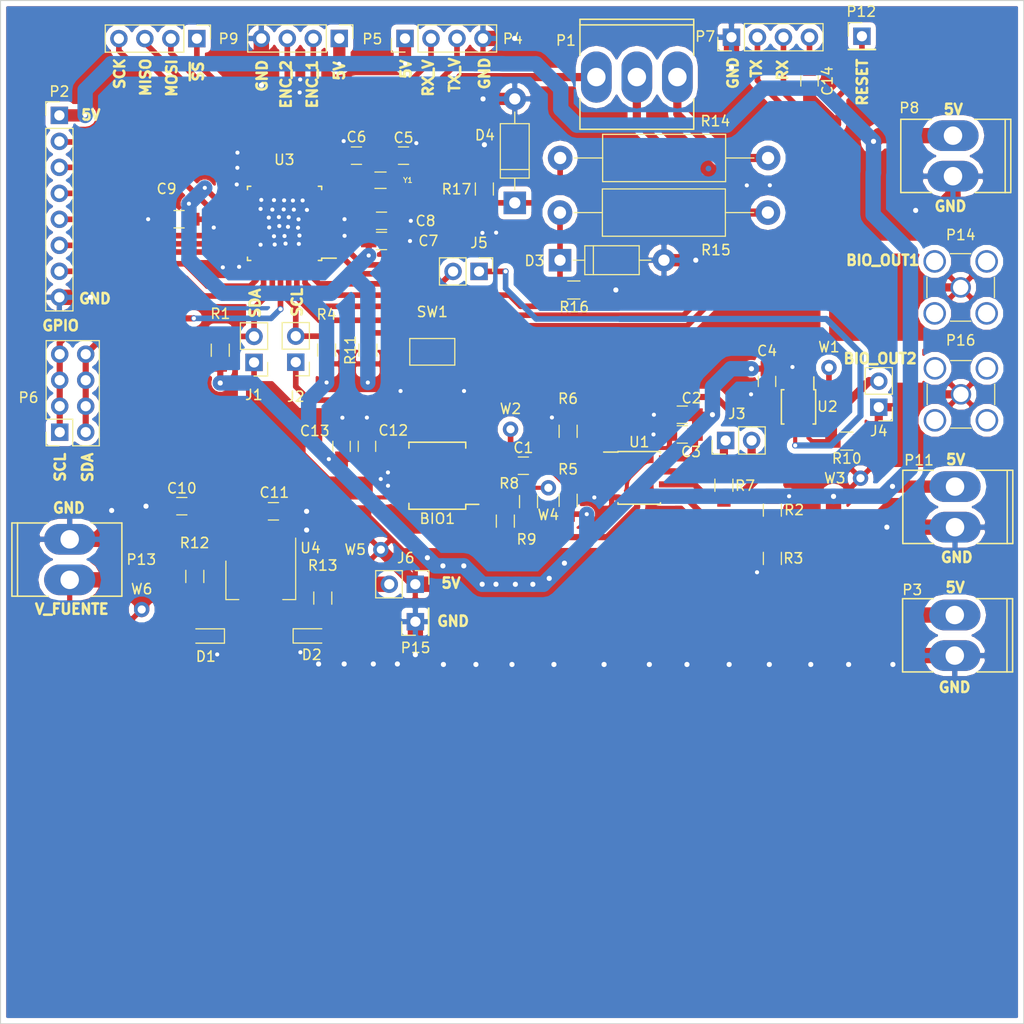
<source format=kicad_pcb>
(kicad_pcb (version 4) (host pcbnew 4.0.2-stable)
  (layers (0 F.Cu signal) (31 B.Cu signal) (34 B.Paste user) (35 F.Paste user) (36 B.SilkS user) (37 F.SilkS user) (38 B.Mask user) (39 F.Mask user) (44 Edge.Cuts user))
  (net 0 "")
  (net 1 /RFB_AD5933)
  (net 2 /VIN_AD5933)
  (net 3 /VOUT_AD5933)
  (net 4 "Net-(BIO1-Pad8)")
  (net 5 /AGND)
  (net 6 /SDA)
  (net 7 /SCL)
  (net 8 "Net-(C1-Pad2)")
  (net 9 /CLK1)
  (net 10 /CLK2)
  (net 11 /V_FUENTE)
  (net 12 "Net-(D1-Pad2)")
  (net 13 "Net-(D2-Pad2)")
  (net 14 /SDA_R)
  (net 15 /SCL_R)
  (net 16 /FEEDBACK_A2)
  (net 17 /SIGNAL_A2)
  (net 18 "Net-(J4-Pad2)")
  (net 19 /SWITCH)
  (net 20 "Net-(J5-Pad2)")
  (net 21 /REG1_1)
  (net 22 /REG1_2)
  (net 23 /REG1_3)
  (net 24 /REG2_1)
  (net 25 /REG2_2)
  (net 26 /REG2_3)
  (net 27 /REG2_4)
  (net 28 /REG2_5)
  (net 29 /REG2_6)
  (net 30 /RX_V)
  (net 31 /TX_V)
  (net 32 /ENC_1)
  (net 33 /ENC_2)
  (net 34 /TXD)
  (net 35 /RXD)
  (net 36 /RESET)
  (net 37 /Z_UK)
  (net 38 /SIGNAL_A1)
  (net 39 /~SS)
  (net 40 /MOSI)
  (net 41 /MISO)
  (net 42 /SCK)
  (net 43 "Net-(R2-Pad2)")
  (net 44 /5V)
  (net 45 "Net-(C11-Pad2)")
  (net 46 "Net-(P1-Pad2)")
  (net 47 "Net-(P1-Pad3)")
  (net 48 "Net-(C14-Pad1)")
  (module Housings_SSOP:SSOP-16_5.3x6.2mm_Pitch0.65mm (layer F.Cu) (at 129.25552 91.65336 180)
    (fp_text reference BIO1 (at 0 -4.2 180) (layer F.SilkS))
    (fp_text value AD5933)
    (pad 1 smd rect (at -3.45 -2.275 180) (size 1.2 0.4) (layers F.Cu F.Paste F.Mask))
    (pad 2 smd rect (at -3.45 -1.625 180) (size 1.2 0.4) (layers F.Cu F.Paste F.Mask))
    (pad 3 smd rect (at -3.45 -0.975 180) (size 1.2 0.4) (layers F.Cu F.Paste F.Mask))
    (pad 4 smd rect (at -3.45 -0.325 180) (size 1.2 0.4) (layers F.Cu F.Paste F.Mask) (net 1 /RFB_AD5933))
    (pad 5 smd rect (at -3.45 0.325 180) (size 1.2 0.4) (layers F.Cu F.Paste F.Mask) (net 2 /VIN_AD5933))
    (pad 6 smd rect (at -3.45 0.975 180) (size 1.2 0.4) (layers F.Cu F.Paste F.Mask) (net 3 /VOUT_AD5933))
    (pad 7 smd rect (at -3.45 1.625 180) (size 1.2 0.4) (layers F.Cu F.Paste F.Mask))
    (pad 8 smd rect (at -3.45 2.275 180) (size 1.2 0.4) (layers F.Cu F.Paste F.Mask) (net 4 "Net-(BIO1-Pad8)"))
    (pad 9 smd rect (at 3.45 2.275 180) (size 1.2 0.4) (layers F.Cu F.Paste F.Mask) (net 44 /5V))
    (pad 10 smd rect (at 3.45 1.625 180) (size 1.2 0.4) (layers F.Cu F.Paste F.Mask) (net 44 /5V))
    (pad 11 smd rect (at 3.45 0.975 180) (size 1.2 0.4) (layers F.Cu F.Paste F.Mask) (net 44 /5V))
    (pad 12 smd rect (at 3.45 0.325 180) (size 1.2 0.4) (layers F.Cu F.Paste F.Mask) (net 5 /AGND))
    (pad 13 smd rect (at 3.45 -0.325 180) (size 1.2 0.4) (layers F.Cu F.Paste F.Mask) (net 5 /AGND))
    (pad 14 smd rect (at 3.45 -0.975 180) (size 1.2 0.4) (layers F.Cu F.Paste F.Mask) (net 5 /AGND))
    (pad 15 smd rect (at 3.45 -1.625 180) (size 1.2 0.4) (layers F.Cu F.Paste F.Mask) (net 6 /SDA))
    (pad 16 smd rect (at 3.45 -2.275 180) (size 1.2 0.4) (layers F.Cu F.Paste F.Mask) (net 7 /SCL))
  )
  (module Capacitors_SMD:C_0805_HandSoldering (layer F.Cu) (at 137.66292 90.678)
    (fp_text reference C1 (at 0 -1.75) (layer F.SilkS))
    (fp_text value 47nF)
    (pad 1 smd rect (at -1.25 0) (size 1.5 1.25) (layers F.Cu F.Paste F.Mask) (net 3 /VOUT_AD5933))
    (pad 2 smd rect (at 1.25 0) (size 1.5 1.25) (layers F.Cu F.Paste F.Mask) (net 8 "Net-(C1-Pad2)"))
  )
  (module Capacitors_SMD:C_0805_HandSoldering (layer F.Cu) (at 153.19248 85.69452 180)
    (fp_text reference C2 (at -0.90752 1.61952 180) (layer F.SilkS))
    (fp_text value 10uF)
    (pad 1 smd rect (at -1.25 0 180) (size 1.5 1.25) (layers F.Cu F.Paste F.Mask) (net 44 /5V))
    (pad 2 smd rect (at 1.25 0 180) (size 1.5 1.25) (layers F.Cu F.Paste F.Mask) (net 5 /AGND))
  )
  (module Capacitors_SMD:C_0805_HandSoldering (layer F.Cu) (at 153.19248 87.61984 180)
    (fp_text reference C3 (at -0.85752 -1.70516 180) (layer F.SilkS))
    (fp_text value 0,1uF)
    (pad 1 smd rect (at -1.25 0 180) (size 1.5 1.25) (layers F.Cu F.Paste F.Mask) (net 44 /5V))
    (pad 2 smd rect (at 1.25 0 180) (size 1.5 1.25) (layers F.Cu F.Paste F.Mask) (net 5 /AGND))
  )
  (module Capacitors_SMD:C_0805_HandSoldering (layer F.Cu) (at 161.47415 82.43951 270)
    (fp_text reference C4 (at -2.98951 -0.00085 360) (layer F.SilkS))
    (fp_text value 0,1uF)
    (pad 1 smd rect (at -1.25 0 270) (size 1.5 1.25) (layers F.Cu F.Paste F.Mask) (net 44 /5V))
    (pad 2 smd rect (at 1.25 0 270) (size 1.5 1.25) (layers F.Cu F.Paste F.Mask) (net 5 /AGND))
  )
  (module Capacitors_SMD:C_0805_HandSoldering (layer F.Cu) (at 125.95 60.375)
    (fp_text reference C5 (at 0 -1.75) (layer F.SilkS))
    (fp_text value 8pF)
    (pad 1 smd rect (at -1.25 0) (size 1.5 1.25) (layers F.Cu F.Paste F.Mask) (net 9 /CLK1))
    (pad 2 smd rect (at 1.25 0) (size 1.5 1.25) (layers F.Cu F.Paste F.Mask) (net 5 /AGND))
  )
  (module Capacitors_SMD:C_0805_HandSoldering (layer F.Cu) (at 121.35 60.375 180)
    (fp_text reference C6 (at 0 1.825 180) (layer F.SilkS))
    (fp_text value 8pF)
    (pad 1 smd rect (at -1.25 0 180) (size 1.5 1.25) (layers F.Cu F.Paste F.Mask) (net 10 /CLK2))
    (pad 2 smd rect (at 1.25 0 180) (size 1.5 1.25) (layers F.Cu F.Paste F.Mask) (net 5 /AGND))
  )
  (module Capacitors_SMD:C_0805_HandSoldering (layer F.Cu) (at 123.7996 68.707 180)
    (fp_text reference C7 (at -4.5754 0.007 180) (layer F.SilkS))
    (fp_text value 0,1uF)
    (pad 1 smd rect (at -1.25 0 180) (size 1.5 1.25) (layers F.Cu F.Paste F.Mask) (net 5 /AGND))
    (pad 2 smd rect (at 1.25 0 180) (size 1.5 1.25) (layers F.Cu F.Paste F.Mask) (net 44 /5V))
  )
  (module Capacitors_SMD:C_0805_HandSoldering (layer F.Cu) (at 123.7996 66.74104)
    (fp_text reference C8 (at 4.3004 0.00896) (layer F.SilkS))
    (fp_text value 0,1uF)
    (pad 1 smd rect (at -1.25 0) (size 1.5 1.25) (layers F.Cu F.Paste F.Mask) (net 44 /5V))
    (pad 2 smd rect (at 1.25 0) (size 1.5 1.25) (layers F.Cu F.Paste F.Mask) (net 5 /AGND))
  )
  (module Capacitors_SMD:C_0805_HandSoldering (layer F.Cu) (at 104.013 66.5861 180)
    (fp_text reference C9 (at 1.22174 2.96672 180) (layer F.SilkS))
    (fp_text value 0,1uF)
    (pad 1 smd rect (at -1.25 0 180) (size 1.5 1.25) (layers F.Cu F.Paste F.Mask) (net 44 /5V))
    (pad 2 smd rect (at 1.25 0 180) (size 1.5 1.25) (layers F.Cu F.Paste F.Mask) (net 5 /AGND))
  )
  (module Capacitors_SMD:C_0805_HandSoldering (layer F.Cu) (at 104.28224 94.63024)
    (fp_text reference C10 (at 0 -1.75) (layer F.SilkS))
    (fp_text value 0,1uF)
    (pad 1 smd rect (at -1.25 0) (size 1.5 1.25) (layers F.Cu F.Paste F.Mask) (net 5 /AGND))
    (pad 2 smd rect (at 1.25 0) (size 1.5 1.25) (layers F.Cu F.Paste F.Mask) (net 11 /V_FUENTE))
  )
  (module Capacitors_SMD:C_0805_HandSoldering (layer F.Cu) (at 113.23828 95.13316 180)
    (fp_text reference C11 (at -0.08672 1.83316 180) (layer F.SilkS))
    (fp_text value 10uF)
    (pad 1 smd rect (at -1.25 0 180) (size 1.5 1.25) (layers F.Cu F.Paste F.Mask) (net 5 /AGND))
    (pad 2 smd rect (at 1.25 0 180) (size 1.5 1.25) (layers F.Cu F.Paste F.Mask) (net 45 "Net-(C11-Pad2)"))
  )
  (module Capacitors_SMD:C_0805_HandSoldering (layer F.Cu) (at 122.3772 88.78316 270)
    (fp_text reference C12 (at -1.55816 -2.5728 360) (layer F.SilkS))
    (fp_text value 0,1uF)
    (pad 1 smd rect (at -1.25 0 270) (size 1.5 1.25) (layers F.Cu F.Paste F.Mask) (net 5 /AGND))
    (pad 2 smd rect (at 1.25 0 270) (size 1.5 1.25) (layers F.Cu F.Paste F.Mask) (net 44 /5V))
  )
  (module LEDs:LED_0805 (layer F.Cu) (at 106.64952 107.32008 180)
    (fp_text reference D1 (at 0.02452 -2.00492 180) (layer F.SilkS))
    (fp_text value Led_Small_Reg)
    (pad 2 smd rect (at 1.1 0) (size 1.2 1.2) (layers F.Cu F.Paste F.Mask) (net 12 "Net-(D1-Pad2)"))
    (pad 1 smd rect (at -1.1 0) (size 1.2 1.2) (layers F.Cu F.Paste F.Mask) (net 5 /AGND))
  )
  (module LEDs:LED_0805 (layer F.Cu) (at 116.96192 107.30992)
    (fp_text reference D2 (at 0.01308 1.84008) (layer F.SilkS))
    (fp_text value Led_Small_Reg)
    (pad 2 smd rect (at 1.1 0 180) (size 1.2 1.2) (layers F.Cu F.Paste F.Mask) (net 13 "Net-(D2-Pad2)"))
    (pad 1 smd rect (at -1.1 0 180) (size 1.2 1.2) (layers F.Cu F.Paste F.Mask) (net 5 /AGND))
  )
  (module Pin_Headers:Pin_Header_Straight_1x02_Pitch2.54mm (layer F.Cu) (at 111.3409 80.5815 180)
    (fp_text reference J1 (at 0.0159 -3.1685 180) (layer F.SilkS))
    (fp_text value Jumper)
    (pad 1 thru_hole rect (at 0 0 180) (size 1.7 1.7) (drill 1) (layers *.Cu *.Mask) (net 6 /SDA))
    (pad 2 thru_hole oval (at 0 2.54 180) (size 1.7 1.7) (drill 1) (layers *.Cu *.Mask) (net 14 /SDA_R))
  )
  (module Pin_Headers:Pin_Header_Straight_1x02_Pitch2.54mm (layer F.Cu) (at 115.4176 80.5561 180)
    (fp_text reference J2 (at -0.0074 -3.3689 180) (layer F.SilkS))
    (fp_text value Jumper)
    (pad 1 thru_hole rect (at 0 0 180) (size 1.7 1.7) (drill 1) (layers *.Cu *.Mask) (net 7 /SCL))
    (pad 2 thru_hole oval (at 0 2.54 180) (size 1.7 1.7) (drill 1) (layers *.Cu *.Mask) (net 15 /SCL_R))
  )
  (module Pin_Headers:Pin_Header_Straight_1x02_Pitch2.54mm (layer F.Cu) (at 157.4292 88.20912 90)
    (fp_text reference J3 (at 2.60912 1.0958 180) (layer F.SilkS))
    (fp_text value Jumper_Calibration)
    (pad 1 thru_hole rect (at 0 0 90) (size 1.7 1.7) (drill 1) (layers *.Cu *.Mask) (net 16 /FEEDBACK_A2))
    (pad 2 thru_hole oval (at 0 2.54 90) (size 1.7 1.7) (drill 1) (layers *.Cu *.Mask) (net 17 /SIGNAL_A2))
  )
  (module Pin_Headers:Pin_Header_Straight_1x02_Pitch2.54mm (layer F.Cu) (at 172.39488 84.95792 180)
    (fp_text reference J4 (at 0 -2.33 180) (layer F.SilkS))
    (fp_text value Jumper)
    (pad 1 thru_hole rect (at 0 0 180) (size 1.7 1.7) (drill 1) (layers *.Cu *.Mask) (net 17 /SIGNAL_A2))
    (pad 2 thru_hole oval (at 0 2.54 180) (size 1.7 1.7) (drill 1) (layers *.Cu *.Mask) (net 18 "Net-(J4-Pad2)"))
  )
  (module Pin_Headers:Pin_Header_Straight_1x02_Pitch2.54mm (layer F.Cu) (at 133.33222 71.68896 270)
    (fp_text reference J5 (at -2.78896 0.00722 360) (layer F.SilkS))
    (fp_text value Jumper)
    (pad 1 thru_hole rect (at 0 0 270) (size 1.7 1.7) (drill 1) (layers *.Cu *.Mask) (net 19 /SWITCH))
    (pad 2 thru_hole oval (at 0 2.54 270) (size 1.7 1.7) (drill 1) (layers *.Cu *.Mask) (net 20 "Net-(J5-Pad2)"))
  )
  (module Socket_Strips:Socket_Strip_Straight_1x08_Pitch2.54mm (layer F.Cu) (at 92.3163 56.4388)
    (fp_text reference P2 (at 0 -2.33) (layer F.SilkS))
    (fp_text value GPIO)
    (pad 1 thru_hole rect (at 0 0) (size 1.7 1.7) (drill 1) (layers *.Cu *.Mask) (net 44 /5V))
    (pad 2 thru_hole oval (at 0 2.54) (size 1.7 1.7) (drill 1) (layers *.Cu *.Mask) (net 24 /REG2_1))
    (pad 3 thru_hole oval (at 0 5.08) (size 1.7 1.7) (drill 1) (layers *.Cu *.Mask) (net 25 /REG2_2))
    (pad 4 thru_hole oval (at 0 7.62) (size 1.7 1.7) (drill 1) (layers *.Cu *.Mask) (net 26 /REG2_3))
    (pad 5 thru_hole oval (at 0 10.16) (size 1.7 1.7) (drill 1) (layers *.Cu *.Mask) (net 27 /REG2_4))
    (pad 6 thru_hole oval (at 0 12.7) (size 1.7 1.7) (drill 1) (layers *.Cu *.Mask) (net 28 /REG2_5))
    (pad 7 thru_hole oval (at 0 15.24) (size 1.7 1.7) (drill 1) (layers *.Cu *.Mask) (net 29 /REG2_6))
    (pad 8 thru_hole oval (at 0 17.78) (size 1.7 1.7) (drill 1) (layers *.Cu *.Mask) (net 5 /AGND))
  )
  (module Socket_Strips:Socket_Strip_Straight_1x04_Pitch2.54mm (layer F.Cu) (at 119.6721 48.9204 270)
    (fp_text reference P5 (at 0.0546 -3.2279 360) (layer F.SilkS))
    (fp_text value ENCODER)
    (pad 1 thru_hole rect (at 0 0 270) (size 1.7 1.7) (drill 1) (layers *.Cu *.Mask) (net 44 /5V))
    (pad 2 thru_hole oval (at 0 2.54 270) (size 1.7 1.7) (drill 1) (layers *.Cu *.Mask) (net 32 /ENC_1))
    (pad 3 thru_hole oval (at 0 5.08 270) (size 1.7 1.7) (drill 1) (layers *.Cu *.Mask) (net 33 /ENC_2))
    (pad 4 thru_hole oval (at 0 7.62 270) (size 1.7 1.7) (drill 1) (layers *.Cu *.Mask) (net 5 /AGND))
  )
  (module Resistors_SMD:R_0805_HandSoldering (layer F.Cu) (at 108.04144 79.39024 90)
    (fp_text reference R1 (at 3.56524 0.00856 180) (layer F.SilkS))
    (fp_text value 10K)
    (pad 1 smd rect (at -1.35 0 90) (size 1.5 1.3) (layers F.Cu F.Paste F.Mask) (net 44 /5V))
    (pad 2 smd rect (at 1.35 0 90) (size 1.5 1.3) (layers F.Cu F.Paste F.Mask) (net 14 /SDA_R))
  )
  (module Resistors_SMD:R_0805_HandSoldering (layer F.Cu) (at 161.99612 95.01632 270)
    (fp_text reference R2 (at -0.01632 -2.12888 360) (layer F.SilkS))
    (fp_text value 20K)
    (pad 1 smd rect (at -1.35 0 270) (size 1.5 1.3) (layers F.Cu F.Paste F.Mask) (net 44 /5V))
    (pad 2 smd rect (at 1.35 0 270) (size 1.5 1.3) (layers F.Cu F.Paste F.Mask) (net 43 "Net-(R2-Pad2)"))
  )
  (module Resistors_SMD:R_0805_HandSoldering (layer F.Cu) (at 161.99866 99.73818 270)
    (fp_text reference R3 (at -0.01318 -2.05134 360) (layer F.SilkS))
    (fp_text value 20K)
    (pad 1 smd rect (at -1.35 0 270) (size 1.5 1.3) (layers F.Cu F.Paste F.Mask) (net 43 "Net-(R2-Pad2)"))
    (pad 2 smd rect (at 1.35 0 270) (size 1.5 1.3) (layers F.Cu F.Paste F.Mask) (net 5 /AGND))
  )
  (module Resistors_SMD:R_0805_HandSoldering (layer F.Cu) (at 118.43004 79.36992 90)
    (fp_text reference R4 (at 3.46992 -0.00504 180) (layer F.SilkS))
    (fp_text value 10K)
    (pad 1 smd rect (at -1.35 0 90) (size 1.5 1.3) (layers F.Cu F.Paste F.Mask) (net 44 /5V))
    (pad 2 smd rect (at 1.35 0 90) (size 1.5 1.3) (layers F.Cu F.Paste F.Mask) (net 15 /SCL_R))
  )
  (module Resistors_SMD:R_0805_HandSoldering (layer F.Cu) (at 142.0368 94.06128 90)
    (fp_text reference R5 (at 3.03628 -0.0118 180) (layer F.SilkS))
    (fp_text value 20K)
    (pad 1 smd rect (at -1.35 0 90) (size 1.5 1.3) (layers F.Cu F.Paste F.Mask) (net 44 /5V))
    (pad 2 smd rect (at 1.35 0 90) (size 1.5 1.3) (layers F.Cu F.Paste F.Mask) (net 8 "Net-(C1-Pad2)"))
  )
  (module Resistors_SMD:R_0805_HandSoldering (layer F.Cu) (at 142.0368 87.31504 90)
    (fp_text reference R6 (at 3.19004 -0.0118 180) (layer F.SilkS))
    (fp_text value 20K)
    (pad 1 smd rect (at -1.35 0 90) (size 1.5 1.3) (layers F.Cu F.Paste F.Mask) (net 8 "Net-(C1-Pad2)"))
    (pad 2 smd rect (at 1.35 0 90) (size 1.5 1.3) (layers F.Cu F.Paste F.Mask) (net 5 /AGND))
  )
  (module Resistors_SMD:R_0805_HandSoldering (layer F.Cu) (at 157.26156 92.583 270)
    (fp_text reference R7 (at 0.042 -2.06344 360) (layer F.SilkS))
    (fp_text value R_GAIN)
    (pad 1 smd rect (at -1.35 0 270) (size 1.5 1.3) (layers F.Cu F.Paste F.Mask) (net 16 /FEEDBACK_A2))
    (pad 2 smd rect (at 1.35 0 270) (size 1.5 1.3) (layers F.Cu F.Paste F.Mask) (net 17 /SIGNAL_A2))
  )
  (module Resistors_SMD:R_0805_HandSoldering (layer F.Cu) (at 138.16584 94.1832 90)
    (fp_text reference R8 (at 1.7832 -1.89084 180) (layer F.SilkS))
    (fp_text value 20K)
    (pad 1 smd rect (at -1.35 0 90) (size 1.5 1.3) (layers F.Cu F.Paste F.Mask) (net 16 /FEEDBACK_A2))
    (pad 2 smd rect (at 1.35 0 90) (size 1.5 1.3) (layers F.Cu F.Paste F.Mask) (net 2 /VIN_AD5933))
  )
  (module Resistors_SMD:R_0805_HandSoldering (layer F.Cu) (at 135.90016 96.09328 270)
    (fp_text reference R9 (at 1.78172 -2.07484 360) (layer F.SilkS))
    (fp_text value 20K)
    (pad 1 smd rect (at -1.35 0 270) (size 1.5 1.3) (layers F.Cu F.Paste F.Mask) (net 2 /VIN_AD5933))
    (pad 2 smd rect (at 1.35 0 270) (size 1.5 1.3) (layers F.Cu F.Paste F.Mask) (net 1 /RFB_AD5933))
  )
  (module Resistors_SMD:R_0805_HandSoldering (layer F.Cu) (at 169.2656 88.27008 180)
    (fp_text reference R10 (at 0 -1.7 180) (layer F.SilkS))
    (fp_text value RCAL)
    (pad 1 smd rect (at -1.35 0 180) (size 1.5 1.3) (layers F.Cu F.Paste F.Mask) (net 17 /SIGNAL_A2))
    (pad 2 smd rect (at 1.35 0 180) (size 1.5 1.3) (layers F.Cu F.Paste F.Mask) (net 18 "Net-(J4-Pad2)"))
  )
  (module Resistors_SMD:R_0805_HandSoldering (layer F.Cu) (at 122.46102 79.37754 90)
    (fp_text reference R11 (at 0 -1.7 90) (layer F.SilkS))
    (fp_text value 10K)
    (pad 1 smd rect (at -1.35 0 90) (size 1.5 1.3) (layers F.Cu F.Paste F.Mask) (net 44 /5V))
    (pad 2 smd rect (at 1.35 0 90) (size 1.5 1.3) (layers F.Cu F.Paste F.Mask) (net 36 /RESET))
  )
  (module Resistors_SMD:R_0805_HandSoldering (layer F.Cu) (at 105.55224 101.4984 270)
    (fp_text reference R12 (at -3.2734 0.02724 360) (layer F.SilkS))
    (fp_text value 1K)
    (pad 1 smd rect (at -1.35 0 270) (size 1.5 1.3) (layers F.Cu F.Paste F.Mask) (net 11 /V_FUENTE))
    (pad 2 smd rect (at 1.35 0 270) (size 1.5 1.3) (layers F.Cu F.Paste F.Mask) (net 12 "Net-(D1-Pad2)"))
  )
  (module Resistors_SMD:R_0805_HandSoldering (layer F.Cu) (at 118.0592 103.61168 270)
    (fp_text reference R13 (at -3.18668 0.0092 360) (layer F.SilkS))
    (fp_text value 1K)
    (pad 1 smd rect (at -1.35 0 270) (size 1.5 1.3) (layers F.Cu F.Paste F.Mask) (net 45 "Net-(C11-Pad2)"))
    (pad 2 smd rect (at 1.35 0 270) (size 1.5 1.3) (layers F.Cu F.Paste F.Mask) (net 13 "Net-(D2-Pad2)"))
  )
  (module Huellas:KPT_1187B (layer F.Cu) (at 128.76022 79.54518)
    (fp_text reference SW1 (at 0 -3.9) (layer F.SilkS))
    (fp_text value SW_PUSH)
    (pad 1 smd rect (at 3.1 -1.85) (size 1.8 1.1) (layers F.Cu F.Paste F.Mask) (net 36 /RESET))
    (pad 1 smd rect (at -3.1 -1.85) (size 1.8 1.1) (layers F.Cu F.Paste F.Mask) (net 36 /RESET))
    (pad 2 smd rect (at -3.1 1.85) (size 1.8 1.1) (layers F.Cu F.Paste F.Mask) (net 5 /AGND))
    (pad 2 smd rect (at 3.1 1.85) (size 1.8 1.1) (layers F.Cu F.Paste F.Mask) (net 5 /AGND))
  )
  (module Housings_SOIC:SOIC-8_3.9x4.9mm_Pitch1.27mm (layer F.Cu) (at 148.98624 91.86672)
    (fp_text reference U1 (at 0 -3.5) (layer F.SilkS))
    (fp_text value AD8606)
    (pad 1 smd rect (at -2.7 -1.905) (size 1.55 0.6) (layers F.Cu F.Paste F.Mask) (net 38 /SIGNAL_A1))
    (pad 2 smd rect (at -2.7 -0.635) (size 1.55 0.6) (layers F.Cu F.Paste F.Mask) (net 38 /SIGNAL_A1))
    (pad 3 smd rect (at -2.7 0.635) (size 1.55 0.6) (layers F.Cu F.Paste F.Mask) (net 8 "Net-(C1-Pad2)"))
    (pad 4 smd rect (at -2.7 1.905) (size 1.55 0.6) (layers F.Cu F.Paste F.Mask) (net 5 /AGND))
    (pad 5 smd rect (at 2.7 1.905) (size 1.55 0.6) (layers F.Cu F.Paste F.Mask) (net 43 "Net-(R2-Pad2)"))
    (pad 6 smd rect (at 2.7 0.635) (size 1.55 0.6) (layers F.Cu F.Paste F.Mask) (net 17 /SIGNAL_A2))
    (pad 7 smd rect (at 2.7 -0.635) (size 1.55 0.6) (layers F.Cu F.Paste F.Mask) (net 16 /FEEDBACK_A2))
    (pad 8 smd rect (at 2.7 -1.905) (size 1.55 0.6) (layers F.Cu F.Paste F.Mask) (net 44 /5V))
  )
  (module Housings_SSOP:MSOP-8_3x3mm_Pitch0.65mm (layer F.Cu) (at 164.55263 84.92363 270)
    (fp_text reference U2 (at -0.02363 -2.82237 360) (layer F.SilkS))
    (fp_text value ADG819)
    (pad 1 smd rect (at -2.2 -0.975 270) (size 1.45 0.45) (layers F.Cu F.Paste F.Mask) (net 38 /SIGNAL_A1))
    (pad 2 smd rect (at -2.2 -0.325 270) (size 1.45 0.45) (layers F.Cu F.Paste F.Mask) (net 37 /Z_UK))
    (pad 3 smd rect (at -2.2 0.325 270) (size 1.45 0.45) (layers F.Cu F.Paste F.Mask) (net 5 /AGND))
    (pad 4 smd rect (at -2.2 0.975 270) (size 1.45 0.45) (layers F.Cu F.Paste F.Mask) (net 44 /5V))
    (pad 5 smd rect (at 2.2 0.975 270) (size 1.45 0.45) (layers F.Cu F.Paste F.Mask))
    (pad 6 smd rect (at 2.2 0.325 270) (size 1.45 0.45) (layers F.Cu F.Paste F.Mask) (net 19 /SWITCH))
    (pad 7 smd rect (at 2.2 -0.325 270) (size 1.45 0.45) (layers F.Cu F.Paste F.Mask))
    (pad 8 smd rect (at 2.2 -0.975 270) (size 1.45 0.45) (layers F.Cu F.Paste F.Mask) (net 18 "Net-(J4-Pad2)"))
  )
  (module Housings_QFP:TQFP-32_7x7mm_Pitch0.8mm (layer F.Cu) (at 114.3254 66.9925 180)
    (fp_text reference U3 (at 0.0254 6.2175 180) (layer F.SilkS))
    (fp_text value Atmega328PA)
    (pad 1 smd rect (at -4.25 -2.8 180) (size 1.6 0.55) (layers F.Cu F.Paste F.Mask) (net 23 /REG1_3))
    (pad 2 smd rect (at -4.25 -2 180) (size 1.6 0.55) (layers F.Cu F.Paste F.Mask) (net 22 /REG1_2))
    (pad 3 smd rect (at -4.25 -1.2 180) (size 1.6 0.55) (layers F.Cu F.Paste F.Mask) (net 5 /AGND))
    (pad 4 smd rect (at -4.25 -0.4 180) (size 1.6 0.55) (layers F.Cu F.Paste F.Mask) (net 44 /5V))
    (pad 5 smd rect (at -4.25 0.4 180) (size 1.6 0.55) (layers F.Cu F.Paste F.Mask) (net 5 /AGND))
    (pad 6 smd rect (at -4.25 1.2 180) (size 1.6 0.55) (layers F.Cu F.Paste F.Mask) (net 44 /5V))
    (pad 7 smd rect (at -4.25 2 180) (size 1.6 0.55) (layers F.Cu F.Paste F.Mask) (net 9 /CLK1))
    (pad 8 smd rect (at -4.25 2.8 180) (size 1.6 0.55) (layers F.Cu F.Paste F.Mask) (net 10 /CLK2))
    (pad 9 smd rect (at -2.8 4.25 270) (size 1.6 0.55) (layers F.Cu F.Paste F.Mask) (net 21 /REG1_1))
    (pad 10 smd rect (at -2 4.25 270) (size 1.6 0.55) (layers F.Cu F.Paste F.Mask) (net 31 /TX_V))
    (pad 11 smd rect (at -1.2 4.25 270) (size 1.6 0.55) (layers F.Cu F.Paste F.Mask) (net 30 /RX_V))
    (pad 12 smd rect (at -0.4 4.25 270) (size 1.6 0.55) (layers F.Cu F.Paste F.Mask) (net 32 /ENC_1))
    (pad 13 smd rect (at 0.4 4.25 270) (size 1.6 0.55) (layers F.Cu F.Paste F.Mask) (net 33 /ENC_2))
    (pad 14 smd rect (at 1.2 4.25 270) (size 1.6 0.55) (layers F.Cu F.Paste F.Mask) (net 39 /~SS))
    (pad 15 smd rect (at 2 4.25 270) (size 1.6 0.55) (layers F.Cu F.Paste F.Mask) (net 40 /MOSI))
    (pad 16 smd rect (at 2.8 4.25 270) (size 1.6 0.55) (layers F.Cu F.Paste F.Mask) (net 41 /MISO))
    (pad 17 smd rect (at 4.25 2.8 180) (size 1.6 0.55) (layers F.Cu F.Paste F.Mask) (net 42 /SCK))
    (pad 18 smd rect (at 4.25 2 180) (size 1.6 0.55) (layers F.Cu F.Paste F.Mask) (net 44 /5V))
    (pad 19 smd rect (at 4.25 1.2 180) (size 1.6 0.55) (layers F.Cu F.Paste F.Mask) (net 24 /REG2_1))
    (pad 20 smd rect (at 4.25 0.4 180) (size 1.6 0.55) (layers F.Cu F.Paste F.Mask) (net 44 /5V))
    (pad 21 smd rect (at 4.25 -0.4 180) (size 1.6 0.55) (layers F.Cu F.Paste F.Mask) (net 5 /AGND))
    (pad 22 smd rect (at 4.25 -1.2 180) (size 1.6 0.55) (layers F.Cu F.Paste F.Mask) (net 25 /REG2_2))
    (pad 23 smd rect (at 4.25 -2 180) (size 1.6 0.55) (layers F.Cu F.Paste F.Mask) (net 26 /REG2_3))
    (pad 24 smd rect (at 4.25 -2.8 180) (size 1.6 0.55) (layers F.Cu F.Paste F.Mask) (net 27 /REG2_4))
    (pad 25 smd rect (at 2.8 -4.25 270) (size 1.6 0.55) (layers F.Cu F.Paste F.Mask) (net 28 /REG2_5))
    (pad 26 smd rect (at 2 -4.25 270) (size 1.6 0.55) (layers F.Cu F.Paste F.Mask) (net 29 /REG2_6))
    (pad 27 smd rect (at 1.2 -4.25 270) (size 1.6 0.55) (layers F.Cu F.Paste F.Mask) (net 14 /SDA_R))
    (pad 28 smd rect (at 0.4 -4.25 270) (size 1.6 0.55) (layers F.Cu F.Paste F.Mask) (net 15 /SCL_R))
    (pad 29 smd rect (at -0.4 -4.25 270) (size 1.6 0.55) (layers F.Cu F.Paste F.Mask) (net 36 /RESET))
    (pad 30 smd rect (at -1.2 -4.25 270) (size 1.6 0.55) (layers F.Cu F.Paste F.Mask) (net 35 /RXD))
    (pad 31 smd rect (at -2 -4.25 270) (size 1.6 0.55) (layers F.Cu F.Paste F.Mask) (net 34 /TXD))
    (pad 32 smd rect (at -2.8 -4.25 270) (size 1.6 0.55) (layers F.Cu F.Paste F.Mask) (net 20 "Net-(J5-Pad2)"))
  )
  (module Measurement_Points:Measurement_Point_Round-TH_Small (layer F.Cu) (at 167.52824 81.08188)
    (fp_text reference W1 (at 0 -2) (layer F.SilkS))
    (fp_text value TEST_1P)
    (pad 1 thru_hole circle (at 0 0) (size 1.5 1.5) (drill 0.8) (layers *.Cu *.Mask) (net 38 /SIGNAL_A1))
  )
  (module Measurement_Points:Measurement_Point_Round-TH_Small (layer F.Cu) (at 136.40816 87.11184)
    (fp_text reference W2 (at 0 -2) (layer F.SilkS))
    (fp_text value TEST_1P)
    (pad 1 thru_hole circle (at 0 0) (size 1.5 1.5) (drill 0.8) (layers *.Cu *.Mask) (net 3 /VOUT_AD5933))
  )
  (module Measurement_Points:Measurement_Point_Round-TH_Small (layer F.Cu) (at 170.6118 91.8972)
    (fp_text reference W3 (at -2.5118 0.0028) (layer F.SilkS))
    (fp_text value TEST_1P)
    (pad 1 thru_hole circle (at 0 0) (size 1.5 1.5) (drill 0.8) (layers *.Cu *.Mask) (net 17 /SIGNAL_A2))
  )
  (module Measurement_Points:Measurement_Point_Round-TH_Small (layer F.Cu) (at 140.10894 92.83446)
    (fp_text reference W4 (at -0.00894 2.64054) (layer F.SilkS))
    (fp_text value TEST_1P)
    (pad 1 thru_hole circle (at 0 0) (size 1.5 1.5) (drill 0.8) (layers *.Cu *.Mask) (net 2 /VIN_AD5933))
  )
  (module Measurement_Points:Measurement_Point_Round-TH_Small (layer F.Cu) (at 123.73356 98.87712)
    (fp_text reference W5 (at -2.50856 -0.00212) (layer F.SilkS))
    (fp_text value TEST_1P)
    (pad 1 thru_hole circle (at 0 0) (size 1.5 1.5) (drill 0.8) (layers *.Cu *.Mask) (net 44 /5V))
  )
  (module Pin_Headers:Pin_Header_Straight_1x02_Pitch2.54mm (layer F.Cu) (at 127.09906 102.2604 270)
    (fp_text reference J6 (at -2.5704 0.92906 360) (layer F.SilkS))
    (fp_text value Jumper)
    (pad 1 thru_hole rect (at 0 0 270) (size 1.7 1.7) (drill 1) (layers *.Cu *.Mask) (net 44 /5V))
    (pad 2 thru_hole oval (at 0 2.54 270) (size 1.7 1.7) (drill 1) (layers *.Cu *.Mask) (net 45 "Net-(C11-Pad2)"))
  )
  (module Socket_Strips:Socket_Strip_Straight_1x04_Pitch2.54mm (layer F.Cu) (at 126.09576 48.9204 90)
    (fp_text reference P4 (at -0.0296 10.53424 180) (layer F.SilkS))
    (fp_text value SERIAL_VIRTUAL)
    (pad 1 thru_hole rect (at 0 0 90) (size 1.7 1.7) (drill 1) (layers *.Cu *.Mask) (net 44 /5V))
    (pad 2 thru_hole oval (at 0 2.54 90) (size 1.7 1.7) (drill 1) (layers *.Cu *.Mask) (net 30 /RX_V))
    (pad 3 thru_hole oval (at 0 5.08 90) (size 1.7 1.7) (drill 1) (layers *.Cu *.Mask) (net 31 /TX_V))
    (pad 4 thru_hole oval (at 0 7.62 90) (size 1.7 1.7) (drill 1) (layers *.Cu *.Mask) (net 5 /AGND))
  )
  (module Socket_Strips:Socket_Strip_Straight_1x01_Pitch2.54mm (layer F.Cu) (at 170.75 48.7)
    (fp_text reference P12 (at -0.065 -2.40824) (layer F.SilkS))
    (fp_text value RESET)
    (pad 1 thru_hole rect (at 0 0) (size 1.7 1.7) (drill 1) (layers *.Cu *.Mask) (net 36 /RESET))
  )
  (module Socket_Strips:Socket_Strip_Straight_1x01_Pitch2.54mm (layer F.Cu) (at 127.10922 105.918 90)
    (fp_text reference P15 (at -2.557 0.01578 180) (layer F.SilkS))
    (fp_text value GND_REGULATOR)
    (pad 1 thru_hole rect (at 0 0 90) (size 1.7 1.7) (drill 1) (layers *.Cu *.Mask) (net 5 /AGND))
  )
  (module Socket_Strips:Socket_Strip_Straight_1x04_Pitch2.54mm (layer F.Cu) (at 105.7529 48.9331 270)
    (fp_text reference P9 (at 0.0169 -3.0971 360) (layer F.SilkS))
    (fp_text value SPI)
    (pad 1 thru_hole rect (at 0 0 270) (size 1.7 1.7) (drill 1) (layers *.Cu *.Mask) (net 39 /~SS))
    (pad 2 thru_hole oval (at 0 2.54 270) (size 1.7 1.7) (drill 1) (layers *.Cu *.Mask) (net 40 /MOSI))
    (pad 3 thru_hole oval (at 0 5.08 270) (size 1.7 1.7) (drill 1) (layers *.Cu *.Mask) (net 41 /MISO))
    (pad 4 thru_hole oval (at 0 7.62 270) (size 1.7 1.7) (drill 1) (layers *.Cu *.Mask) (net 42 /SCK))
  )
  (module Sockets_MOLEX_KK-System:Socket_MOLEX-KK-RM3-96mm_Lock_2pin_straight (layer F.Cu) (at 179.825 107.25 270)
    (fp_text reference P3 (at -4.44 4.155 360) (layer F.SilkS))
    (fp_text value SOURCE_3)
    (pad 1 thru_hole oval (at -1.9812 0 270) (size 2.99974 5.00126) (drill 1.80086) (layers *.Cu *.Mask) (net 44 /5V))
    (pad 2 thru_hole oval (at 1.9812 0 270) (size 2.99974 5.00126) (drill 1.80086) (layers *.Cu *.Mask) (net 5 /AGND))
  )
  (module Sockets_MOLEX_KK-System:Socket_MOLEX-KK-RM3-96mm_Lock_2pin_straight (layer F.Cu) (at 179.65 60.4 270)
    (fp_text reference P8 (at -4.69 4.27 360) (layer F.SilkS))
    (fp_text value SOURCE_1)
    (pad 1 thru_hole oval (at -1.9812 0 270) (size 2.99974 5.00126) (drill 1.80086) (layers *.Cu *.Mask) (net 44 /5V))
    (pad 2 thru_hole oval (at 1.9812 0 270) (size 2.99974 5.00126) (drill 1.80086) (layers *.Cu *.Mask) (net 5 /AGND))
  )
  (module Sockets_MOLEX_KK-System:Socket_MOLEX-KK-RM3-96mm_Lock_2pin_straight (layer F.Cu) (at 179.84724 94.70136 270)
    (fp_text reference P11 (at -4.56136 3.51724 360) (layer F.SilkS))
    (fp_text value SOURCE_2)
    (pad 1 thru_hole oval (at -1.9812 0 270) (size 2.99974 5.00126) (drill 1.80086) (layers *.Cu *.Mask) (net 44 /5V))
    (pad 2 thru_hole oval (at 1.9812 0 270) (size 2.99974 5.00126) (drill 1.80086) (layers *.Cu *.Mask) (net 5 /AGND))
  )
  (module Sockets_MOLEX_KK-System:Socket_MOLEX-KK-RM3-96mm_Lock_2pin_straight (layer F.Cu) (at 93.325 99.85 90)
    (fp_text reference P13 (at 0 7 180) (layer F.SilkS))
    (fp_text value POWER)
    (pad 1 thru_hole oval (at -1.9812 0 90) (size 2.99974 5.00126) (drill 1.80086) (layers *.Cu *.Mask) (net 11 /V_FUENTE))
    (pad 2 thru_hole oval (at 1.9812 0 90) (size 2.99974 5.00126) (drill 1.80086) (layers *.Cu *.Mask) (net 5 /AGND))
  )
  (module Capacitors_SMD:C_0805_HandSoldering (layer F.Cu) (at 119.89308 88.78824 90)
    (fp_text reference C13 (at 1.51324 -2.61808 180) (layer F.SilkS))
    (fp_text value 10uF)
    (pad 1 smd rect (at -1.25 0 90) (size 1.5 1.25) (layers F.Cu F.Paste F.Mask) (net 44 /5V))
    (pad 2 smd rect (at 1.25 0 90) (size 1.5 1.25) (layers F.Cu F.Paste F.Mask) (net 5 /AGND))
  )
  (module TO_SOT_Packages_SMD:SOT-223 (layer F.Cu) (at 111.99876 101.84892 270)
    (fp_text reference U4 (at -3.12392 -4.85124 360) (layer F.SilkS))
    (fp_text value LD1117S50TR)
    (pad 4 smd rect (at 3.15 0 270) (size 2 3.8) (layers F.Cu F.Paste F.Mask))
    (pad 2 smd rect (at -3.15 0 270) (size 2 1.5) (layers F.Cu F.Paste F.Mask) (net 45 "Net-(C11-Pad2)"))
    (pad 3 smd rect (at -3.15 2.3 270) (size 2 1.5) (layers F.Cu F.Paste F.Mask) (net 11 /V_FUENTE))
    (pad 1 smd rect (at -3.15 -2.3 270) (size 2 1.5) (layers F.Cu F.Paste F.Mask) (net 5 /AGND))
  )
  (module Measurement_Points:Measurement_Point_Round-TH_Small (layer F.Cu) (at 100.36048 104.72928)
    (fp_text reference W6 (at 0 -2) (layer F.SilkS))
    (fp_text value TEST_1P)
    (pad 1 thru_hole circle (at 0 0) (size 1.5 1.5) (drill 0.8) (layers *.Cu *.Mask) (net 11 /V_FUENTE))
  )
  (module Sockets_MOLEX_KK-System:Socket_MOLEX-KK-RM3-96mm_Lock_3pin_straight (layer F.Cu) (at 148.75256 52.69484)
    (fp_text reference P1 (at -6.93256 -3.57484) (layer F.SilkS))
    (fp_text value SD_LAPIZ)
    (pad 1 thru_hole oval (at -3.95986 0) (size 2.99974 5.00126) (drill 1.80086) (layers *.Cu *.Mask) (net 21 /REG1_1))
    (pad 2 thru_hole oval (at 0 0) (size 2.99974 5.00126) (drill 1.80086) (layers *.Cu *.Mask) (net 46 "Net-(P1-Pad2)"))
    (pad 3 thru_hole oval (at 3.95986 0) (size 2.99974 5.00126) (drill 1.80086) (layers *.Cu *.Mask) (net 47 "Net-(P1-Pad3)"))
  )
  (module Resistors_SMD:R_0805_HandSoldering (layer F.Cu) (at 142.59306 73.50252)
    (fp_text reference R16 (at 0.03194 1.67248) (layer F.SilkS))
    (fp_text value 10K)
    (pad 1 smd rect (at -1.35 0) (size 1.5 1.3) (layers F.Cu F.Paste F.Mask) (net 23 /REG1_3))
    (pad 2 smd rect (at 1.35 0) (size 1.5 1.3) (layers F.Cu F.Paste F.Mask) (net 5 /AGND))
  )
  (module Resistors_SMD:R_0805_HandSoldering (layer F.Cu) (at 133.85292 63.63716 270)
    (fp_text reference R17 (at 0.01284 2.72792 360) (layer F.SilkS))
    (fp_text value 10K)
    (pad 1 smd rect (at -1.35 0 270) (size 1.5 1.3) (layers F.Cu F.Paste F.Mask) (net 5 /AGND))
    (pad 2 smd rect (at 1.35 0 270) (size 1.5 1.3) (layers F.Cu F.Paste F.Mask) (net 22 /REG1_2))
  )
  (module Diodes_THT:D_DO-41_SOD81_P10.16mm_Horizontal (layer F.Cu) (at 141.24432 70.59168)
    (fp_text reference D3 (at -2.49432 0.05832) (layer F.SilkS))
    (fp_text value Z_PROTEC)
    (pad 1 thru_hole rect (at 0 0) (size 2.2 2.2) (drill 1.1) (layers *.Cu *.Mask) (net 23 /REG1_3))
    (pad 2 thru_hole oval (at 10.16 0) (size 2.2 2.2) (drill 1.1) (layers *.Cu *.Mask) (net 5 /AGND))
  )
  (module Diodes_THT:D_DO-41_SOD81_P10.16mm_Horizontal (layer F.Cu) (at 136.82218 64.98844 90)
    (fp_text reference D4 (at 6.61344 -2.92218 180) (layer F.SilkS))
    (fp_text value Z_PROTEC)
    (pad 1 thru_hole rect (at 0 0 90) (size 2.2 2.2) (drill 1.1) (layers *.Cu *.Mask) (net 22 /REG1_2))
    (pad 2 thru_hole oval (at 10.16 0 90) (size 2.2 2.2) (drill 1.1) (layers *.Cu *.Mask) (net 5 /AGND))
  )
  (module Resistors_ThroughHole:R_Axial_DIN0414_L11.9mm_D4.5mm_P20.32mm_Horizontal (layer F.Cu) (at 141.2367 65.9384)
    (fp_text reference R14 (at 15.1883 -8.9384 180) (layer F.SilkS))
    (fp_text value R_PROTEC)
    (pad 1 thru_hole circle (at 0 0) (size 2.4 2.4) (drill 1.2) (layers *.Cu *.Mask) (net 23 /REG1_3))
    (pad 2 thru_hole oval (at 20.32 0) (size 2.4 2.4) (drill 1.2) (layers *.Cu *.Mask) (net 46 "Net-(P1-Pad2)"))
  )
  (module Resistors_ThroughHole:R_Axial_DIN0414_L11.9mm_D4.5mm_P20.32mm_Horizontal (layer F.Cu) (at 161.57702 60.60186 180)
    (fp_text reference R15 (at 5.10202 -8.99814 180) (layer F.SilkS))
    (fp_text value R_PROTEC)
    (pad 1 thru_hole circle (at 0 0 180) (size 2.4 2.4) (drill 1.2) (layers *.Cu *.Mask) (net 47 "Net-(P1-Pad3)"))
    (pad 2 thru_hole oval (at 20.32 0 180) (size 2.4 2.4) (drill 1.2) (layers *.Cu *.Mask) (net 22 /REG1_2))
  )
  (module Huellas:Crystal_SMD_XRCHA_Murata_Serie_W2,5mm_L2,0mm (layer F.Cu) (at 123.7 62.775 180)
    (fp_text reference Y1 (at -2.675 0 180) (layer F.SilkS) (effects (font (size 0.5 0.5) (thickness 0.1))))
    (fp_text value XRCHA_16M)
    (pad 1 smd rect (at -0.8 0 180) (size 1.2 2.3) (layers F.Cu F.Paste F.Mask) (net 9 /CLK1))
    (pad 2 smd rect (at 0.8 0 180) (size 1.2 2.3) (layers F.Cu F.Paste F.Mask) (net 10 /CLK2))
  )
  (module Connectors:SMA_THT_Jack_Straight (layer F.Cu) (at 180.4 73.25 270)
    (fp_text reference P14 (at -5.125 0 360) (layer F.SilkS))
    (fp_text value BIO_OUT1)
    (pad 2 thru_hole circle (at -2.54 2.54 270) (size 2.2 2.2) (drill 1.7) (layers *.Cu *.Mask))
    (pad 2 thru_hole circle (at -2.54 -2.54 270) (size 2.2 2.2) (drill 1.7) (layers *.Cu *.Mask))
    (pad 2 thru_hole circle (at 2.54 -2.54 270) (size 2.2 2.2) (drill 1.7) (layers *.Cu *.Mask))
    (pad 2 thru_hole circle (at 2.54 2.54 270) (size 2.2 2.2) (drill 1.7) (layers *.Cu *.Mask))
    (pad 1 thru_hole circle (at 0 0 270) (size 2 2) (drill 1.5) (layers *.Cu *.Mask) (net 37 /Z_UK))
  )
  (module Connectors:SMA_THT_Jack_Straight (layer F.Cu) (at 180.425 83.7 270)
    (fp_text reference P16 (at -5.275 0.025 360) (layer F.SilkS))
    (fp_text value BIO_OUT2)
    (pad 2 thru_hole circle (at -2.54 2.54 270) (size 2.2 2.2) (drill 1.7) (layers *.Cu *.Mask))
    (pad 2 thru_hole circle (at -2.54 -2.54 270) (size 2.2 2.2) (drill 1.7) (layers *.Cu *.Mask))
    (pad 2 thru_hole circle (at 2.54 -2.54 270) (size 2.2 2.2) (drill 1.7) (layers *.Cu *.Mask))
    (pad 2 thru_hole circle (at 2.54 2.54 270) (size 2.2 2.2) (drill 1.7) (layers *.Cu *.Mask))
    (pad 1 thru_hole circle (at 0 0 270) (size 2 2) (drill 1.5) (layers *.Cu *.Mask) (net 17 /SIGNAL_A2))
  )
  (module Capacitors_SMD:C_0805_HandSoldering (layer F.Cu) (at 165.625 53.075 270)
    (fp_text reference C14 (at 0 -1.75 270) (layer F.SilkS))
    (fp_text value 0,1uF)
    (pad 1 smd rect (at -1.25 0 270) (size 1.5 1.25) (layers F.Cu F.Paste F.Mask) (net 48 "Net-(C14-Pad1)"))
    (pad 2 smd rect (at 1.25 0 270) (size 1.5 1.25) (layers F.Cu F.Paste F.Mask) (net 36 /RESET))
  )
  (module Socket_Strips:Socket_Strip_Straight_2x04_Pitch2.54mm (layer F.Cu) (at 92.35 87.4 180)
    (fp_text reference P6 (at 3.05 3.375 180) (layer F.SilkS))
    (fp_text value I2C)
    (pad 1 thru_hole rect (at 0 0 180) (size 1.7 1.7) (drill 1) (layers *.Cu *.Mask) (net 15 /SCL_R))
    (pad 2 thru_hole oval (at -2.54 0 180) (size 1.7 1.7) (drill 1) (layers *.Cu *.Mask) (net 14 /SDA_R))
    (pad 3 thru_hole oval (at 0 2.54 180) (size 1.7 1.7) (drill 1) (layers *.Cu *.Mask) (net 15 /SCL_R))
    (pad 4 thru_hole oval (at -2.54 2.54 180) (size 1.7 1.7) (drill 1) (layers *.Cu *.Mask) (net 14 /SDA_R))
    (pad 5 thru_hole oval (at 0 5.08 180) (size 1.7 1.7) (drill 1) (layers *.Cu *.Mask) (net 15 /SCL_R))
    (pad 6 thru_hole oval (at -2.54 5.08 180) (size 1.7 1.7) (drill 1) (layers *.Cu *.Mask) (net 14 /SDA_R))
    (pad 7 thru_hole oval (at 0 7.62 180) (size 1.7 1.7) (drill 1) (layers *.Cu *.Mask) (net 15 /SCL_R))
    (pad 8 thru_hole oval (at -2.54 7.62 180) (size 1.7 1.7) (drill 1) (layers *.Cu *.Mask) (net 14 /SDA_R))
  )
  (module Socket_Strips:Socket_Strip_Straight_1x04_Pitch2.54mm (layer F.Cu) (at 158 48.8 90)
    (fp_text reference P7 (at 0.07 -2.57 180) (layer F.SilkS))
    (fp_text value CONN_01X04)
    (pad 1 thru_hole rect (at 0 0 90) (size 1.7 1.7) (drill 1) (layers *.Cu *.Mask) (net 5 /AGND))
    (pad 2 thru_hole oval (at 0 2.54 90) (size 1.7 1.7) (drill 1) (layers *.Cu *.Mask) (net 34 /TXD))
    (pad 3 thru_hole oval (at 0 5.08 90) (size 1.7 1.7) (drill 1) (layers *.Cu *.Mask) (net 35 /RXD))
    (pad 4 thru_hole oval (at 0 7.62 90) (size 1.7 1.7) (drill 1) (layers *.Cu *.Mask) (net 48 "Net-(C14-Pad1)"))
  )
  (gr_text SCL (at 115.56 74.71 90) (layer F.SilkS) (effects (font (size 1 1) (thickness 0.25))))
  (gr_text SDA (at 111.45 74.8 90) (layer F.SilkS) (effects (font (size 1 1) (thickness 0.25))))
  (gr_text ~SS (at 105.89 52.15 90) (layer F.SilkS) (effects (font (size 1 1) (thickness 0.25))))
  (gr_text MOSI (at 103.3 52.78 90) (layer F.SilkS) (effects (font (size 1 1) (thickness 0.25))))
  (gr_text MISO (at 100.75 52.72 90) (layer F.SilkS) (effects (font (size 1 1) (thickness 0.25))))
  (gr_text SCK (at 98.21 52.36 90) (layer F.SilkS) (effects (font (size 1 1) (thickness 0.25))))
  (gr_text ENC_1 (at 117.03 53.39 90) (layer F.SilkS) (effects (font (size 1 1) (thickness 0.25))))
  (gr_text ENC_2 (at 114.47 53.4 90) (layer F.SilkS) (effects (font (size 1 1) (thickness 0.25))))
  (gr_text 5V (at 119.68 52.09 90) (layer F.SilkS) (effects (font (size 1 1) (thickness 0.25))))
  (gr_text RX_V (at 128.36 52.79 90) (layer F.SilkS) (effects (font (size 1 1) (thickness 0.25))))
  (gr_text TX_V (at 130.94 52.49 90) (layer F.SilkS) (effects (font (size 1 1) (thickness 0.25))))
  (gr_text 5V (at 126.19 51.92 90) (layer F.SilkS) (effects (font (size 1 1) (thickness 0.25))))
  (gr_text SDA (at 95.08 90.85 90) (layer F.SilkS) (effects (font (size 1 1) (thickness 0.25))))
  (gr_text SCL (at 92.4 90.83 90) (layer F.SilkS) (effects (font (size 1 1) (thickness 0.25))))
  (gr_text V_FUENTE (at 93.53 104.69) (layer F.SilkS) (effects (font (size 1 1) (thickness 0.25))))
  (gr_text 5V (at 130.59 102.15) (layer F.SilkS) (effects (font (size 1 1) (thickness 0.25))))
  (gr_text BIO_OUT2 (at 172.53 80.21) (layer F.SilkS) (effects (font (size 1 1) (thickness 0.25))))
  (gr_text BIO_OUT1 (at 172.78 70.6) (layer F.SilkS) (effects (font (size 1 1) (thickness 0.25))))
  (gr_text RESET (at 170.79 53.2 90) (layer F.SilkS) (effects (font (size 1 1) (thickness 0.25))))
  (gr_text RX (at 162.99 52.02 90) (layer F.SilkS) (effects (font (size 1 1) (thickness 0.25))))
  (gr_text TX (at 160.43 51.86 90) (layer F.SilkS) (effects (font (size 1 1) (thickness 0.25))))
  (gr_text "GND\n" (at 179.4 65.32) (layer F.SilkS) (effects (font (size 1 1) (thickness 0.25))))
  (gr_text 5V (at 179.68 55.85) (layer F.SilkS) (effects (font (size 1 1) (thickness 0.25))))
  (gr_text 5V (at 179.91 90.07) (layer F.SilkS) (effects (font (size 1 1) (thickness 0.25))))
  (gr_text 5V (at 179.86 102.57) (layer F.SilkS) (effects (font (size 1 1) (thickness 0.25))))
  (gr_text 5V (at 95.39 56.4) (layer F.SilkS) (effects (font (size 1 1) (thickness 0.25))))
  (gr_text "GND\n" (at 112.13 52.57 90) (layer F.SilkS) (effects (font (size 1 1) (thickness 0.25))))
  (gr_text "GND\n" (at 133.87 52.34 90) (layer F.SilkS) (effects (font (size 1 1) (thickness 0.25))))
  (gr_text "GND\n" (at 158.15 52.3 90) (layer F.SilkS) (effects (font (size 1 1) (thickness 0.25))))
  (gr_text "GND\n" (at 180.02 99.63) (layer F.SilkS) (effects (font (size 1 1) (thickness 0.25))))
  (gr_text "GND\n" (at 179.81 112.33) (layer F.SilkS) (effects (font (size 1 1) (thickness 0.25))))
  (gr_text "GND\n" (at 130.8 105.87) (layer F.SilkS) (effects (font (size 1 1) (thickness 0.25))))
  (gr_text "GND\n" (at 93.24 94.8) (layer F.SilkS) (effects (font (size 1 1) (thickness 0.25))))
  (gr_text "GND\n" (at 95.79 74.35) (layer F.SilkS) (effects (font (size 1 1) (thickness 0.25))))
  (gr_text GPIO (at 92.44 76.99) (layer F.SilkS) (effects (font (size 1 1) (thickness 0.25))))
  (gr_line (start 86.5632 145.212) (end 86.5632 45.212) (angle 90) (layer Edge.Cuts) (width 0.1))
  (gr_line (start 86.5632 145.212) (end 186.5632 145.212) (angle 90) (layer Edge.Cuts) (width 0.1))
  (gr_line (start 186.5632 145.212) (end 186.5632 45.212) (angle 90) (layer Edge.Cuts) (width 0.1))
  (gr_line (start 86.5632 45.212) (end 186.5632 45.212) (angle 90) (layer Edge.Cuts) (width 0.1))
  (segment (start 155.75 61.63) (end 155.75 61.64) (width 0.55) (layer B.Cu) (net 0))
  (segment (start 132.70552 91.97836) (end 133.69786 91.97836) (width 0.4) (layer F.Cu) (net 1))
  (segment (start 134.70508 97.44328) (end 135.90016 97.44328) (width 0.4) (layer F.Cu) (net 1))
  (segment (start 134.33552 97.07372) (end 134.70508 97.44328) (width 0.4) (layer F.Cu) (net 1))
  (segment (start 134.33552 92.61602) (end 134.33552 97.07372) (width 0.4) (layer F.Cu) (net 1))
  (segment (start 133.69786 91.97836) (end 134.33552 92.61602) (width 0.4) (layer F.Cu) (net 1))
  (segment (start 138.16584 92.8332) (end 140.10768 92.8332) (width 0.4) (layer F.Cu) (net 2))
  (segment (start 140.10768 92.8332) (end 140.10894 92.83446) (width 0.4) (layer F.Cu) (net 2))
  (segment (start 137.1092 92.73794) (end 138.07058 92.73794) (width 0.4) (layer F.Cu) (net 2))
  (segment (start 138.07058 92.73794) (end 138.16584 92.8332) (width 0.4) (layer F.Cu) (net 2))
  (segment (start 135.90016 94.74328) (end 135.90016 93.94698) (width 0.4) (layer F.Cu) (net 2))
  (segment (start 135.90016 93.94698) (end 137.1092 92.73794) (width 0.4) (layer F.Cu) (net 2))
  (segment (start 137.1092 92.73794) (end 136.779 92.73794) (width 0.4) (layer F.Cu) (net 2))
  (segment (start 134.32802 91.32836) (end 135.73252 92.73286) (width 0.4) (layer F.Cu) (net 2))
  (segment (start 135.73252 92.73286) (end 136.77392 92.73286) (width 0.4) (layer F.Cu) (net 2))
  (segment (start 136.77392 92.73286) (end 136.779 92.73794) (width 0.4) (layer F.Cu) (net 2))
  (segment (start 134.32802 91.32836) (end 132.70552 91.32836) (width 0.4) (layer F.Cu) (net 2))
  (segment (start 138.22298 92.73794) (end 138.31062 92.82558) (width 0.4) (layer F.Cu) (net 2))
  (segment (start 136.41292 90.678) (end 136.41292 87.1166) (width 0.55) (layer F.Cu) (net 3))
  (segment (start 136.41292 87.1166) (end 136.40816 87.11184) (width 0.55) (layer F.Cu) (net 3))
  (segment (start 134.69584 90.67836) (end 136.41256 90.67836) (width 0.6) (layer F.Cu) (net 3))
  (segment (start 136.41256 90.67836) (end 136.41292 90.678) (width 0.6) (layer F.Cu) (net 3))
  (segment (start 133.76438 90.67836) (end 134.69584 90.67836) (width 0.4) (layer F.Cu) (net 3))
  (segment (start 134.69584 90.67836) (end 134.70382 90.67038) (width 0.4) (layer F.Cu) (net 3))
  (segment (start 136.41256 90.67836) (end 136.41292 90.678) (width 0.55) (layer F.Cu) (net 3))
  (segment (start 132.70552 90.67836) (end 133.76438 90.67836) (width 0.4) (layer F.Cu) (net 3))
  (segment (start 133.76438 90.67836) (end 133.7691 90.68308) (width 0.4) (layer F.Cu) (net 3))
  (via (at 116.09 64.75) (size 0.6) (drill 0.4) (layers F.Cu B.Cu) (net 5))
  (via (at 115.14 64.76) (size 0.6) (drill 0.4) (layers F.Cu B.Cu) (net 5))
  (segment (start 115.14 64.76) (end 115.14 64.77) (width 0.55) (layer B.Cu) (net 5))
  (via (at 114.28 64.74) (size 0.6) (drill 0.4) (layers F.Cu B.Cu) (net 5))
  (via (at 113.29 64.72) (size 0.6) (drill 0.4) (layers F.Cu B.Cu) (net 5))
  (via (at 112.05 64.7) (size 0.6) (drill 0.4) (layers F.Cu B.Cu) (net 5))
  (via (at 115.64 67.42) (size 0.6) (drill 0.4) (layers F.Cu B.Cu) (net 5))
  (segment (start 115.64 67.42) (end 115.65 67.43) (width 0.55) (layer B.Cu) (net 5))
  (via (at 116.51 65.68) (size 0.6) (drill 0.4) (layers F.Cu B.Cu) (net 5))
  (via (at 115.23 65.65) (size 0.6) (drill 0.4) (layers F.Cu B.Cu) (net 5))
  (via (at 114.24 65.63) (size 0.6) (drill 0.4) (layers F.Cu B.Cu) (net 5))
  (via (at 113.13 65.65) (size 0.6) (drill 0.4) (layers F.Cu B.Cu) (net 5))
  (via (at 111.98 65.58) (size 0.6) (drill 0.4) (layers F.Cu B.Cu) (net 5))
  (via (at 115.72 69) (size 0.6) (drill 0.4) (layers F.Cu B.Cu) (net 5))
  (via (at 114.42 68.97) (size 0.6) (drill 0.4) (layers F.Cu B.Cu) (net 5))
  (via (at 113.36 69.06) (size 0.6) (drill 0.4) (layers F.Cu B.Cu) (net 5))
  (via (at 111.98 69.08) (size 0.6) (drill 0.4) (layers F.Cu B.Cu) (net 5))
  (via (at 114.32 68.23) (size 0.6) (drill 0.4) (layers F.Cu B.Cu) (net 5))
  (via (at 113.29 68.25) (size 0.6) (drill 0.4) (layers F.Cu B.Cu) (net 5))
  (segment (start 114.65 67.32) (end 114.66 67.33) (width 0.55) (layer F.Cu) (net 5))
  (via (at 114.66 67.33) (size 0.6) (drill 0.4) (layers F.Cu B.Cu) (net 5))
  (via (at 113.81 67.25) (size 0.6) (drill 0.4) (layers F.Cu B.Cu) (net 5))
  (via (at 114.73 66.39) (size 0.6) (drill 0.4) (layers F.Cu B.Cu) (net 5))
  (via (at 113.77 66.38) (size 0.6) (drill 0.4) (layers F.Cu B.Cu) (net 5))
  (via (at 112.78 66.43) (size 0.6) (drill 0.4) (layers F.Cu B.Cu) (net 5))
  (via (at 115.85 52.93) (size 0.6) (drill 0.4) (layers F.Cu B.Cu) (net 5))
  (via (at 115.8 54.2) (size 0.6) (drill 0.4) (layers F.Cu B.Cu) (net 5))
  (via (at 108.29 71.29) (size 0.6) (drill 0.4) (layers F.Cu B.Cu) (net 5))
  (via (at 109.88 71.24) (size 0.6) (drill 0.4) (layers F.Cu B.Cu) (net 5))
  (via (at 109.65 63.19) (size 0.6) (drill 0.4) (layers F.Cu B.Cu) (net 5))
  (via (at 109.71 61.56) (size 0.6) (drill 0.4) (layers F.Cu B.Cu) (net 5))
  (via (at 109.72 60.08) (size 0.6) (drill 0.4) (layers F.Cu B.Cu) (net 5))
  (via (at 133.66 67.92) (size 0.6) (drill 0.4) (layers F.Cu B.Cu) (net 5))
  (via (at 135 67.9) (size 0.6) (drill 0.4) (layers F.Cu B.Cu) (net 5))
  (via (at 159.5 63.28) (size 0.6) (drill 0.4) (layers F.Cu B.Cu) (net 5))
  (via (at 161.75 63.27) (size 0.6) (drill 0.4) (layers F.Cu B.Cu) (net 5))
  (via (at 115.78 68.18) (size 0.6) (drill 0.4) (layers F.Cu B.Cu) (net 5))
  (segment (start 115.7925 68.1925) (end 115.78 68.18) (width 0.55) (layer F.Cu) (net 5))
  (segment (start 118.5754 68.1925) (end 115.7925 68.1925) (width 0.55) (layer F.Cu) (net 5))
  (segment (start 118.5754 66.5925) (end 115.6975 66.5925) (width 0.55) (layer F.Cu) (net 5))
  (via (at 115.69 66.6) (size 0.6) (drill 0.4) (layers F.Cu B.Cu) (net 5))
  (segment (start 115.6975 66.5925) (end 115.69 66.6) (width 0.55) (layer F.Cu) (net 5))
  (segment (start 110.0754 67.3925) (end 112.8175 67.3925) (width 0.55) (layer F.Cu) (net 5))
  (segment (start 112.82 67.39) (end 112.82 67.4) (width 0.55) (layer B.Cu) (net 5))
  (via (at 112.82 67.39) (size 0.6) (drill 0.4) (layers F.Cu B.Cu) (net 5))
  (segment (start 112.8175 67.3925) (end 112.82 67.39) (width 0.55) (layer F.Cu) (net 5))
  (segment (start 115.86192 107.30992) (end 115.86192 108.90192) (width 0.8) (layer F.Cu) (net 5))
  (via (at 115.87 108.91) (size 0.6) (drill 0.4) (layers F.Cu B.Cu) (net 5))
  (segment (start 115.86192 108.90192) (end 115.87 108.91) (width 0.8) (layer F.Cu) (net 5))
  (segment (start 107.74952 107.32008) (end 107.74952 109.11048) (width 0.8) (layer F.Cu) (net 5))
  (via (at 107.74 109.12) (size 0.6) (drill 0.4) (layers F.Cu B.Cu) (net 5))
  (segment (start 107.74952 109.11048) (end 107.74 109.12) (width 0.8) (layer F.Cu) (net 5))
  (via (at 127.10668 109.1438) (size 0.7) (drill 0.5) (layers F.Cu B.Cu) (net 5))
  (segment (start 127.0812 109.1438) (end 127.10668 109.1438) (width 1.5) (layer F.Cu) (net 5))
  (segment (start 125.35 110.05) (end 126.175 110.05) (width 1.5) (layer F.Cu) (net 5))
  (segment (start 123 110.05) (end 125.35 110.05) (width 1.5) (layer F.Cu) (net 5))
  (segment (start 120.15 110.05) (end 123 110.05) (width 1.5) (layer F.Cu) (net 5))
  (segment (start 117.65 110.05) (end 120.15 110.05) (width 1.5) (layer F.Cu) (net 5))
  (segment (start 127.0812 109.1438) (end 126.175 110.05) (width 1.5) (layer F.Cu) (net 5))
  (via (at 117.65 110.05) (size 0.7) (drill 0.5) (layers F.Cu B.Cu) (net 5))
  (via (at 120.15 110.05) (size 0.7) (drill 0.5) (layers F.Cu B.Cu) (net 5))
  (via (at 123 110.05) (size 0.7) (drill 0.5) (layers F.Cu B.Cu) (net 5))
  (via (at 125.35 110.05) (size 0.7) (drill 0.5) (layers F.Cu B.Cu) (net 5))
  (segment (start 158 48.8) (end 158 51.75) (width 1.5) (layer F.Cu) (net 5))
  (via (at 158 51.75) (size 0.7) (drill 0.5) (layers F.Cu B.Cu) (net 5))
  (segment (start 179.65 62.3812) (end 179.65 64.25) (width 1.5) (layer F.Cu) (net 5))
  (via (at 176 65.725) (size 0.7) (drill 0.5) (layers F.Cu B.Cu) (net 5))
  (segment (start 178.175 65.725) (end 176 65.725) (width 1.5) (layer F.Cu) (net 5))
  (segment (start 179.65 64.25) (end 178.175 65.725) (width 1.5) (layer F.Cu) (net 5))
  (segment (start 93.325 97.8688) (end 96.0562 97.8688) (width 1.5) (layer F.Cu) (net 5))
  (via (at 97.425 95.05) (size 0.7) (drill 0.5) (layers F.Cu B.Cu) (net 5))
  (segment (start 97.425 96.5) (end 97.425 95.05) (width 1.5) (layer F.Cu) (net 5))
  (segment (start 96.0562 97.8688) (end 97.425 96.5) (width 1.5) (layer F.Cu) (net 5))
  (segment (start 93.29166 97.917) (end 93.29166 97.83064) (width 1.5) (layer F.Cu) (net 5))
  (segment (start 179.825 109.2312) (end 174.6438 109.2312) (width 1.5) (layer F.Cu) (net 5))
  (segment (start 127.1188 109.1438) (end 128.075 110.1) (width 1.5) (layer F.Cu) (net 5))
  (segment (start 169.45 110.1) (end 173.775 110.1) (width 1.5) (layer F.Cu) (net 5))
  (segment (start 165.75 110.1) (end 169.45 110.1) (width 1.5) (layer F.Cu) (net 5))
  (segment (start 161.7 110.1) (end 165.75 110.1) (width 1.5) (layer F.Cu) (net 5))
  (segment (start 157.775 110.1) (end 161.7 110.1) (width 1.5) (layer F.Cu) (net 5))
  (segment (start 153.65 110.1) (end 157.775 110.1) (width 1.5) (layer F.Cu) (net 5))
  (segment (start 149.975 110.1) (end 153.65 110.1) (width 1.5) (layer F.Cu) (net 5))
  (segment (start 145.55 110.1) (end 149.975 110.1) (width 1.5) (layer F.Cu) (net 5))
  (segment (start 140.65 110.1) (end 145.55 110.1) (width 1.5) (layer F.Cu) (net 5))
  (segment (start 136.55 110.1) (end 140.65 110.1) (width 1.5) (layer F.Cu) (net 5))
  (segment (start 133.025 110.1) (end 136.55 110.1) (width 1.5) (layer F.Cu) (net 5))
  (segment (start 129.85 110.1) (end 133.025 110.1) (width 1.5) (layer F.Cu) (net 5))
  (segment (start 128.075 110.1) (end 129.85 110.1) (width 1.5) (layer F.Cu) (net 5))
  (segment (start 127.1188 109.1438) (end 127.10668 109.1438) (width 1.5) (layer F.Cu) (net 5))
  (via (at 129.85 110.1) (size 0.7) (drill 0.5) (layers F.Cu B.Cu) (net 5))
  (via (at 133.025 110.1) (size 0.7) (drill 0.5) (layers F.Cu B.Cu) (net 5))
  (via (at 136.55 110.1) (size 0.7) (drill 0.5) (layers F.Cu B.Cu) (net 5))
  (via (at 140.65 110.1) (size 0.7) (drill 0.5) (layers F.Cu B.Cu) (net 5))
  (via (at 145.55 110.1) (size 0.7) (drill 0.5) (layers F.Cu B.Cu) (net 5))
  (via (at 149.975 110.1) (size 0.7) (drill 0.5) (layers F.Cu B.Cu) (net 5))
  (via (at 153.65 110.1) (size 0.7) (drill 0.5) (layers F.Cu B.Cu) (net 5))
  (via (at 157.775 110.1) (size 0.7) (drill 0.5) (layers F.Cu B.Cu) (net 5))
  (via (at 161.7 110.1) (size 0.7) (drill 0.5) (layers F.Cu B.Cu) (net 5))
  (via (at 165.75 110.1) (size 0.7) (drill 0.5) (layers F.Cu B.Cu) (net 5))
  (via (at 169.45 110.1) (size 0.7) (drill 0.5) (layers F.Cu B.Cu) (net 5))
  (via (at 173.775 110.1) (size 0.7) (drill 0.5) (layers F.Cu B.Cu) (net 5))
  (segment (start 174.6438 109.2312) (end 173.775 110.1) (width 1.5) (layer F.Cu) (net 5))
  (segment (start 127.10922 105.918) (end 127.10922 109.14126) (width 1.5) (layer F.Cu) (net 5))
  (segment (start 127.10922 109.14126) (end 127.10668 109.1438) (width 1.5) (layer F.Cu) (net 5))
  (segment (start 127.2 60.375) (end 127.2 59.15) (width 0.6) (layer F.Cu) (net 5))
  (via (at 127.2 59.15) (size 0.6) (drill 0.4) (layers F.Cu B.Cu) (net 5))
  (segment (start 120.1 60.375) (end 120.1 58.95) (width 0.6) (layer F.Cu) (net 5))
  (via (at 120.1 58.95) (size 0.6) (drill 0.4) (layers F.Cu B.Cu) (net 5))
  (segment (start 143.94306 73.50252) (end 146.70024 73.50252) (width 1.2) (layer F.Cu) (net 5))
  (via (at 146.70024 73.50252) (size 0.7) (drill 0.5) (layers F.Cu B.Cu) (net 5))
  (segment (start 151.40432 70.59168) (end 154.51074 70.59168) (width 1.2) (layer F.Cu) (net 5))
  (via (at 154.51074 70.59168) (size 0.7) (drill 0.5) (layers F.Cu B.Cu) (net 5))
  (segment (start 133.85292 62.28716) (end 133.85292 59.30646) (width 1.2) (layer F.Cu) (net 5))
  (via (at 133.85292 59.30646) (size 0.7) (drill 0.5) (layers F.Cu B.Cu) (net 5))
  (segment (start 136.82218 54.82844) (end 133.72084 54.82844) (width 1.2) (layer F.Cu) (net 5))
  (via (at 133.72084 54.82844) (size 0.7) (drill 0.5) (layers F.Cu B.Cu) (net 5))
  (segment (start 133.71576 48.9204) (end 136.80948 48.9204) (width 1.5) (layer F.Cu) (net 5))
  (via (at 136.80948 48.9204) (size 0.7) (drill 0.5) (layers F.Cu B.Cu) (net 5))
  (segment (start 112.0521 48.9204) (end 112.0521 53.48478) (width 1.5) (layer F.Cu) (net 5))
  (via (at 112.05972 53.4924) (size 0.7) (drill 0.5) (layers F.Cu B.Cu) (net 5))
  (segment (start 112.0521 53.48478) (end 112.05972 53.4924) (width 1.5) (layer F.Cu) (net 5))
  (segment (start 179.84724 96.68256) (end 173.18736 96.68256) (width 1.5) (layer F.Cu) (net 5))
  (via (at 173.18736 96.68256) (size 0.7) (drill 0.5) (layers F.Cu B.Cu) (net 5))
  (segment (start 92.3163 74.2188) (end 95.34144 74.2188) (width 1.5) (layer F.Cu) (net 5))
  (via (at 95.34144 74.2188) (size 0.7) (drill 0.5) (layers F.Cu B.Cu) (net 5))
  (segment (start 103.03224 94.63024) (end 100.78466 94.63024) (width 1.5) (layer F.Cu) (net 5))
  (via (at 100.78212 94.63278) (size 0.7) (drill 0.5) (layers F.Cu B.Cu) (net 5))
  (segment (start 100.78466 94.63024) (end 100.78212 94.63278) (width 1.5) (layer F.Cu) (net 5))
  (segment (start 114.29876 98.69892) (end 114.29876 97.65154) (width 1.5) (layer F.Cu) (net 5))
  (via (at 116.47932 96.9645) (size 0.7) (drill 0.5) (layers F.Cu B.Cu) (net 5))
  (segment (start 114.9858 96.9645) (end 116.47932 96.9645) (width 1.5) (layer F.Cu) (net 5))
  (segment (start 114.29876 97.65154) (end 114.9858 96.9645) (width 1.5) (layer F.Cu) (net 5))
  (segment (start 114.48828 95.13316) (end 116.47678 95.13316) (width 1.5) (layer F.Cu) (net 5))
  (via (at 116.47678 95.13316) (size 0.7) (drill 0.5) (layers F.Cu B.Cu) (net 5))
  (segment (start 161.47415 83.68951) (end 159.92189 83.68951) (width 0.55) (layer F.Cu) (net 5))
  (via (at 159.91332 83.69808) (size 0.6) (drill 0.4) (layers F.Cu B.Cu) (net 5))
  (segment (start 159.92189 83.68951) (end 159.91332 83.69808) (width 0.55) (layer F.Cu) (net 5))
  (segment (start 118.5754 68.1925) (end 120.17106 68.1925) (width 0.55) (layer F.Cu) (net 5))
  (segment (start 120.17106 68.1925) (end 120.18772 68.20916) (width 0.55) (layer F.Cu) (net 5))
  (via (at 120.18772 68.20916) (size 0.6) (drill 0.4) (layers F.Cu B.Cu) (net 5))
  (segment (start 151.94248 85.69452) (end 150.4188 85.69452) (width 0.6) (layer F.Cu) (net 5))
  (via (at 150.4188 85.69452) (size 0.6) (drill 0.4) (layers F.Cu B.Cu) (net 5))
  (segment (start 151.94248 87.61984) (end 150.3807 87.61984) (width 0.6) (layer F.Cu) (net 5))
  (via (at 150.3807 87.61984) (size 0.6) (drill 0.4) (layers F.Cu B.Cu) (net 5))
  (via (at 160.49752 101.092) (size 0.6) (drill 0.4) (layers F.Cu B.Cu) (net 5))
  (segment (start 161.99866 101.08818) (end 160.50134 101.08818) (width 0.6) (layer F.Cu) (net 5))
  (segment (start 160.50134 101.08818) (end 160.49752 101.092) (width 0.6) (layer F.Cu) (net 5))
  (segment (start 125.66022 81.39518) (end 125.66022 83.3767) (width 0.55) (layer F.Cu) (net 5))
  (via (at 125.66022 83.3767) (size 0.6) (drill 0.4) (layers F.Cu B.Cu) (net 5))
  (segment (start 125.66022 83.3767) (end 125.66142 83.3779) (width 0.55) (layer B.Cu) (net 5))
  (segment (start 125.66142 83.3779) (end 125.66142 83.37804) (width 0.55) (layer B.Cu) (net 5))
  (segment (start 125.66142 83.37804) (end 125.66142 83.3779) (width 0.55) (layer B.Cu) (net 5))
  (segment (start 125.66142 83.3779) (end 125.66022 83.3767) (width 0.55) (layer B.Cu) (net 5))
  (segment (start 164.22763 82.72363) (end 164.22763 81.29663) (width 0.4) (layer F.Cu) (net 5))
  (via (at 163.96081 81.02981) (size 0.6) (drill 0.4) (layers F.Cu B.Cu) (net 5))
  (segment (start 164.22763 81.29663) (end 163.96081 81.02981) (width 0.4) (layer F.Cu) (net 5))
  (segment (start 146.28624 93.77172) (end 144.6022 93.77172) (width 0.6) (layer F.Cu) (net 5))
  (via (at 144.59712 93.7768) (size 0.6) (drill 0.4) (layers F.Cu B.Cu) (net 5))
  (segment (start 144.6022 93.77172) (end 144.59712 93.7768) (width 0.6) (layer F.Cu) (net 5))
  (segment (start 142.0368 85.96504) (end 140.45312 85.96504) (width 0.6) (layer F.Cu) (net 5))
  (via (at 140.45184 85.96376) (size 0.6) (drill 0.4) (layers F.Cu B.Cu) (net 5))
  (segment (start 140.45312 85.96504) (end 140.45184 85.96376) (width 0.6) (layer F.Cu) (net 5))
  (segment (start 122.3772 87.53316) (end 122.3772 85.98154) (width 0.55) (layer F.Cu) (net 5))
  (via (at 122.36958 85.97392) (size 0.6) (drill 0.4) (layers F.Cu B.Cu) (net 5))
  (segment (start 122.3772 85.98154) (end 122.36958 85.97392) (width 0.55) (layer F.Cu) (net 5))
  (segment (start 125.80552 92.62836) (end 124.44004 92.62836) (width 0.4) (layer F.Cu) (net 5))
  (via (at 124.4346 92.6338) (size 0.6) (drill 0.4) (layers F.Cu B.Cu) (net 5))
  (segment (start 124.44004 92.62836) (end 124.4346 92.6338) (width 0.4) (layer F.Cu) (net 5))
  (segment (start 125.80552 91.97836) (end 123.72352 91.97836) (width 0.4) (layer F.Cu) (net 5))
  (via (at 123.7234 91.97848) (size 0.6) (drill 0.4) (layers F.Cu B.Cu) (net 5))
  (segment (start 123.72352 91.97836) (end 123.7234 91.97848) (width 0.4) (layer F.Cu) (net 5))
  (segment (start 125.80552 91.32836) (end 124.43194 91.32836) (width 0.4) (layer F.Cu) (net 5))
  (via (at 124.42698 91.33332) (size 0.6) (drill 0.4) (layers F.Cu B.Cu) (net 5))
  (segment (start 124.43194 91.32836) (end 124.42698 91.33332) (width 0.4) (layer F.Cu) (net 5))
  (segment (start 125.66022 83.3767) (end 125.63094 83.40598) (width 0.55) (layer F.Cu) (net 5))
  (segment (start 131.86022 81.39518) (end 131.86022 83.37162) (width 0.55) (layer F.Cu) (net 5))
  (via (at 131.8641 83.3755) (size 0.6) (drill 0.4) (layers F.Cu B.Cu) (net 5))
  (segment (start 131.86022 83.37162) (end 131.8641 83.3755) (width 0.55) (layer F.Cu) (net 5))
  (segment (start 131.86022 81.39518) (end 125.66022 81.39518) (width 0.55) (layer F.Cu) (net 5))
  (segment (start 125.0496 66.74104) (end 126.65456 66.74104) (width 0.55) (layer F.Cu) (net 5))
  (via (at 126.65964 66.74612) (size 0.6) (drill 0.4) (layers F.Cu B.Cu) (net 5))
  (segment (start 126.65456 66.74104) (end 126.65964 66.74612) (width 0.55) (layer F.Cu) (net 5))
  (segment (start 125.0496 68.707) (end 126.57328 68.707) (width 0.55) (layer F.Cu) (net 5))
  (via (at 126.58344 68.71716) (size 0.6) (drill 0.4) (layers F.Cu B.Cu) (net 5))
  (segment (start 126.57328 68.707) (end 126.58344 68.71716) (width 0.55) (layer F.Cu) (net 5))
  (segment (start 118.5754 66.5925) (end 120.1737 66.5925) (width 0.55) (layer F.Cu) (net 5))
  (via (at 120.18264 66.58356) (size 0.6) (drill 0.4) (layers F.Cu B.Cu) (net 5))
  (segment (start 120.1737 66.5925) (end 120.18264 66.58356) (width 0.55) (layer F.Cu) (net 5))
  (segment (start 102.763 66.5861) (end 100.9904 66.5861) (width 0.55) (layer F.Cu) (net 5))
  (via (at 100.9904 66.5861) (size 0.6) (drill 0.4) (layers F.Cu B.Cu) (net 5))
  (segment (start 110.0754 67.3925) (end 107.4103 67.3925) (width 0.55) (layer F.Cu) (net 5))
  (segment (start 107.4039 67.3989) (end 107.3912 67.4116) (width 0.55) (layer B.Cu) (net 5))
  (via (at 107.4039 67.3989) (size 0.6) (drill 0.4) (layers F.Cu B.Cu) (net 5))
  (segment (start 107.4103 67.3925) (end 107.4039 67.3989) (width 0.55) (layer F.Cu) (net 5))
  (segment (start 119.96928 87.53316) (end 119.96928 85.98916) (width 0.55) (layer F.Cu) (net 5))
  (via (at 119.97436 85.98408) (size 0.6) (drill 0.4) (layers F.Cu B.Cu) (net 5))
  (segment (start 119.96928 85.98916) (end 119.97436 85.98408) (width 0.55) (layer F.Cu) (net 5))
  (segment (start 122.301 93.77426) (end 122.301 93.74124) (width 0.55) (layer F.Cu) (net 6))
  (segment (start 124.86954 93.27836) (end 124.37364 93.77426) (width 0.4) (layer F.Cu) (net 6))
  (segment (start 124.37364 93.77426) (end 122.301 93.77426) (width 0.4) (layer F.Cu) (net 6))
  (segment (start 125.80552 93.27836) (end 124.86954 93.27836) (width 0.4) (layer F.Cu) (net 6))
  (segment (start 111.3409 84.7471) (end 111.3409 80.5815) (width 0.55) (layer F.Cu) (net 6))
  (segment (start 118.6053 92.0115) (end 111.3409 84.7471) (width 0.55) (layer F.Cu) (net 6))
  (segment (start 120.57126 92.0115) (end 118.6053 92.0115) (width 0.55) (layer F.Cu) (net 6))
  (segment (start 122.301 93.74124) (end 120.57126 92.0115) (width 0.55) (layer F.Cu) (net 6))
  (segment (start 125.2728 84.26704) (end 125.30074 84.26704) (width 0.55) (layer F.Cu) (net 7))
  (segment (start 116.7511 84.26704) (end 115.4176 82.93354) (width 0.55) (layer F.Cu) (net 7))
  (segment (start 115.4176 80.5561) (end 115.4176 82.93354) (width 0.55) (layer F.Cu) (net 7))
  (segment (start 125.2728 84.26704) (end 116.7511 84.26704) (width 0.55) (layer F.Cu) (net 7))
  (segment (start 125.30074 84.26704) (end 127.9017 86.868) (width 0.55) (layer F.Cu) (net 7))
  (segment (start 125.80552 93.92836) (end 127.58504 93.92836) (width 0.4) (layer F.Cu) (net 7))
  (segment (start 127.9017 93.6117) (end 127.9017 86.868) (width 0.4) (layer F.Cu) (net 7))
  (segment (start 127.58504 93.92836) (end 127.9017 93.6117) (width 0.4) (layer F.Cu) (net 7))
  (segment (start 127.9017 86.868) (end 127.87376 86.868) (width 0.4) (layer F.Cu) (net 7))
  (segment (start 140.02384 90.678) (end 142.5702 90.678) (width 0.6) (layer F.Cu) (net 8))
  (segment (start 144.39392 92.50172) (end 146.28624 92.50172) (width 0.6) (layer F.Cu) (net 8))
  (segment (start 142.5702 90.678) (end 144.39392 92.50172) (width 0.6) (layer F.Cu) (net 8))
  (segment (start 140.02384 90.678) (end 140.02384 90.69832) (width 0.6) (layer F.Cu) (net 8))
  (segment (start 140.02384 90.69832) (end 142.0368 92.71128) (width 0.6) (layer F.Cu) (net 8))
  (segment (start 138.91292 90.678) (end 140.02384 90.678) (width 0.6) (layer F.Cu) (net 8))
  (segment (start 140.02384 90.678) (end 142.0368 88.66504) (width 0.6) (layer F.Cu) (net 8))
  (segment (start 118.5754 64.9925) (end 123.7075 64.9925) (width 0.55) (layer F.Cu) (net 9))
  (segment (start 124.5 64.2) (end 124.5 62.775) (width 0.55) (layer F.Cu) (net 9))
  (segment (start 123.7075 64.9925) (end 124.5 64.2) (width 0.55) (layer F.Cu) (net 9))
  (segment (start 124.5 62.775) (end 124.5 60.575) (width 0.6) (layer F.Cu) (net 9))
  (segment (start 124.5 60.575) (end 124.7 60.375) (width 0.6) (layer F.Cu) (net 9))
  (segment (start 122.9 62.775) (end 122.9 63.575) (width 0.55) (layer F.Cu) (net 10))
  (segment (start 122.9 63.575) (end 122.2825 64.1925) (width 0.55) (layer F.Cu) (net 10))
  (segment (start 122.2825 64.1925) (end 118.5754 64.1925) (width 0.55) (layer F.Cu) (net 10))
  (segment (start 122.9 62.775) (end 122.9 60.675) (width 0.6) (layer F.Cu) (net 10))
  (segment (start 122.9 60.675) (end 122.6 60.375) (width 0.6) (layer F.Cu) (net 10))
  (segment (start 122.9 62.775) (end 122.9 63.292498) (width 0.6) (layer F.Cu) (net 10))
  (segment (start 118.5754 64.192498) (end 118.5754 64.1925) (width 0.6) (layer F.Cu) (net 10))
  (segment (start 93.325 101.8312) (end 98.49872 101.8312) (width 1.5) (layer F.Cu) (net 11))
  (segment (start 98.49872 101.8312) (end 98.54946 101.88194) (width 1.5) (layer F.Cu) (net 11))
  (segment (start 98.54946 101.8794) (end 98.54946 101.88194) (width 1.5) (layer F.Cu) (net 11))
  (segment (start 100.36048 103.69296) (end 100.36048 104.72928) (width 1.5) (layer F.Cu) (net 11))
  (segment (start 98.54946 101.88194) (end 100.36048 103.69296) (width 1.5) (layer F.Cu) (net 11))
  (segment (start 105.53224 94.63024) (end 108.2548 94.63024) (width 1.5) (layer F.Cu) (net 11))
  (segment (start 109.69876 96.0742) (end 109.69876 98.69892) (width 1.5) (layer F.Cu) (net 11))
  (segment (start 108.2548 94.63024) (end 109.69876 96.0742) (width 1.5) (layer F.Cu) (net 11))
  (segment (start 105.55224 100.1484) (end 105.55224 94.65024) (width 1.5) (layer F.Cu) (net 11))
  (segment (start 105.55224 94.65024) (end 105.53224 94.63024) (width 1.5) (layer F.Cu) (net 11))
  (segment (start 98.54946 101.8794) (end 98.69424 101.8794) (width 1.5) (layer F.Cu) (net 11))
  (segment (start 100.42524 100.1484) (end 105.55224 100.1484) (width 1.5) (layer F.Cu) (net 11))
  (segment (start 98.69424 101.8794) (end 100.42524 100.1484) (width 1.5) (layer F.Cu) (net 11))
  (segment (start 105.55224 102.8484) (end 105.55224 107.31736) (width 0.8) (layer F.Cu) (net 12))
  (segment (start 105.55224 107.31736) (end 105.54952 107.32008) (width 0.8) (layer F.Cu) (net 12))
  (segment (start 118.0592 104.96168) (end 118.0592 107.3072) (width 0.8) (layer F.Cu) (net 13))
  (segment (start 118.0592 107.3072) (end 118.06192 107.30992) (width 0.8) (layer F.Cu) (net 13))
  (segment (start 94.89 84.86) (end 94.89 87.4) (width 0.6) (layer F.Cu) (net 14))
  (segment (start 94.89 82.32) (end 94.89 84.86) (width 0.6) (layer F.Cu) (net 14))
  (segment (start 94.89 79.78) (end 94.89 82.32) (width 0.6) (layer F.Cu) (net 14))
  (segment (start 100.9777 78.0415) (end 96.6285 78.0415) (width 0.6) (layer F.Cu) (net 14))
  (segment (start 104.74452 78.0415) (end 100.9777 78.0415) (width 0.55) (layer F.Cu) (net 14))
  (segment (start 96.6285 78.0415) (end 94.89 79.78) (width 0.6) (layer F.Cu) (net 14))
  (segment (start 108.04144 78.04024) (end 111.33964 78.04024) (width 0.55) (layer F.Cu) (net 14))
  (segment (start 111.33964 78.04024) (end 111.3409 78.0415) (width 0.55) (layer F.Cu) (net 14))
  (segment (start 104.61752 78.0415) (end 104.74452 78.0415) (width 0.55) (layer F.Cu) (net 14))
  (segment (start 104.74452 78.0415) (end 108.04018 78.0415) (width 0.55) (layer F.Cu) (net 14))
  (segment (start 108.04018 78.0415) (end 108.04144 78.04024) (width 0.55) (layer F.Cu) (net 14))
  (segment (start 104.61752 78.0415) (end 104.81056 78.0415) (width 0.55) (layer F.Cu) (net 14))
  (segment (start 113.1254 71.2425) (end 113.1254 73.5011) (width 0.55) (layer F.Cu) (net 14))
  (segment (start 111.3409 75.2856) (end 111.3409 78.0415) (width 0.55) (layer F.Cu) (net 14))
  (segment (start 113.1254 73.5011) (end 111.3409 75.2856) (width 0.55) (layer F.Cu) (net 14))
  (via (at 105.4608 76.2762) (size 0.6) (drill 0.4) (layers F.Cu B.Cu) (net 15))
  (segment (start 113.90884 75.37196) (end 113.0046 76.2762) (width 0.55) (layer B.Cu) (net 15))
  (segment (start 113.0046 76.2762) (end 105.4608 76.2762) (width 0.55) (layer B.Cu) (net 15))
  (segment (start 113.9254 75.37064) (end 113.92408 75.37196) (width 0.55) (layer F.Cu) (net 15))
  (via (at 113.92408 75.37196) (size 0.6) (drill 0.4) (layers F.Cu B.Cu) (net 15))
  (segment (start 113.9254 73.768) (end 113.9254 75.37064) (width 0.55) (layer F.Cu) (net 15))
  (segment (start 113.92408 75.37196) (end 113.90884 75.37196) (width 0.55) (layer B.Cu) (net 15))
  (segment (start 92.35 78.65) (end 92.35 79.78) (width 0.6) (layer F.Cu) (net 15))
  (segment (start 94.725 76.275) (end 92.35 78.65) (width 0.6) (layer F.Cu) (net 15))
  (segment (start 105.4596 76.275) (end 94.725 76.275) (width 0.6) (layer F.Cu) (net 15))
  (segment (start 105.4608 76.2762) (end 105.4596 76.275) (width 0.6) (layer F.Cu) (net 15))
  (segment (start 92.35 82.32) (end 92.35 79.78) (width 0.6) (layer F.Cu) (net 15))
  (segment (start 92.35 84.86) (end 92.35 82.32) (width 0.6) (layer F.Cu) (net 15))
  (segment (start 92.35 87.4) (end 92.35 84.86) (width 0.6) (layer F.Cu) (net 15))
  (segment (start 115.4176 78.0161) (end 118.42622 78.0161) (width 0.55) (layer F.Cu) (net 15))
  (segment (start 118.42622 78.0161) (end 118.43004 78.01992) (width 0.55) (layer F.Cu) (net 15))
  (segment (start 113.9254 71.2425) (end 113.9254 73.768) (width 0.55) (layer F.Cu) (net 15))
  (segment (start 115.4176 75.2602) (end 115.4176 78.0161) (width 0.55) (layer F.Cu) (net 15))
  (segment (start 113.9254 73.768) (end 115.4176 75.2602) (width 0.55) (layer F.Cu) (net 15))
  (segment (start 140.44296 97.65792) (end 140.29056 97.65792) (width 0.6) (layer F.Cu) (net 16))
  (segment (start 151.68624 91.23172) (end 150.06828 91.23172) (width 0.6) (layer F.Cu) (net 16))
  (segment (start 145.83664 97.65792) (end 141.20368 97.65792) (width 0.6) (layer F.Cu) (net 16))
  (segment (start 148.78304 94.71152) (end 145.83664 97.65792) (width 0.6) (layer F.Cu) (net 16))
  (segment (start 148.78304 92.51696) (end 148.78304 94.71152) (width 0.6) (layer F.Cu) (net 16))
  (segment (start 150.06828 91.23172) (end 148.78304 92.51696) (width 0.6) (layer F.Cu) (net 16))
  (segment (start 141.20368 97.65792) (end 140.44296 97.65792) (width 0.6) (layer F.Cu) (net 16))
  (segment (start 140.29056 97.65792) (end 138.16584 95.5332) (width 0.6) (layer F.Cu) (net 16))
  (segment (start 157.26156 91.233) (end 157.26156 88.37676) (width 0.8) (layer F.Cu) (net 16))
  (segment (start 157.26156 88.37676) (end 157.4292 88.20912) (width 0.8) (layer F.Cu) (net 16))
  (segment (start 151.68624 91.23172) (end 157.26028 91.23172) (width 0.6) (layer F.Cu) (net 16))
  (segment (start 157.26028 91.23172) (end 157.26156 91.233) (width 0.6) (layer F.Cu) (net 16))
  (segment (start 172.39488 84.95792) (end 174.59208 84.95792) (width 0.8) (layer F.Cu) (net 17))
  (segment (start 175.85 83.7) (end 180.425 83.7) (width 0.8) (layer F.Cu) (net 17))
  (segment (start 174.59208 84.95792) (end 175.85 83.7) (width 0.8) (layer F.Cu) (net 17))
  (segment (start 170.6156 88.27008) (end 170.6156 89.57056) (width 0.8) (layer F.Cu) (net 17))
  (segment (start 170.6156 89.57056) (end 170.6156 89.67344) (width 0.8) (layer F.Cu) (net 17))
  (segment (start 169.26052 91.02852) (end 161.40938 91.02852) (width 0.8) (layer F.Cu) (net 17))
  (segment (start 170.6156 89.67344) (end 169.26052 91.02852) (width 0.8) (layer F.Cu) (net 17))
  (segment (start 172.39488 84.95792) (end 172.39488 86.4908) (width 0.8) (layer F.Cu) (net 17))
  (segment (start 172.39488 86.4908) (end 170.6156 88.27008) (width 0.8) (layer F.Cu) (net 17))
  (segment (start 159.9692 88.20912) (end 159.9692 89.58834) (width 0.8) (layer F.Cu) (net 17))
  (segment (start 159.9692 89.58834) (end 161.40938 91.02852) (width 0.8) (layer F.Cu) (net 17))
  (segment (start 157.26156 93.933) (end 158.50236 93.933) (width 0.8) (layer F.Cu) (net 17))
  (segment (start 158.50236 93.933) (end 161.40684 91.02852) (width 0.8) (layer F.Cu) (net 17))
  (segment (start 161.40684 91.02852) (end 161.40938 91.02852) (width 0.8) (layer F.Cu) (net 17))
  (segment (start 151.68624 92.50172) (end 154.37612 92.50172) (width 0.6) (layer F.Cu) (net 17))
  (segment (start 155.8074 93.933) (end 157.26156 93.933) (width 0.6) (layer F.Cu) (net 17))
  (segment (start 154.37612 92.50172) (end 155.8074 93.933) (width 0.6) (layer F.Cu) (net 17))
  (segment (start 167.9156 88.27008) (end 167.9156 85.94216) (width 0.8) (layer F.Cu) (net 18))
  (segment (start 171.43984 82.41792) (end 172.39488 82.41792) (width 0.8) (layer F.Cu) (net 18))
  (segment (start 167.9156 85.94216) (end 171.43984 82.41792) (width 0.8) (layer F.Cu) (net 18))
  (segment (start 165.52763 87.12363) (end 165.52763 87.94587) (width 0.4) (layer F.Cu) (net 18))
  (segment (start 165.85184 88.27008) (end 167.9156 88.27008) (width 0.4) (layer F.Cu) (net 18))
  (segment (start 165.52763 87.94587) (end 165.85184 88.27008) (width 0.4) (layer F.Cu) (net 18))
  (segment (start 147.13712 76.33208) (end 138.91006 76.33208) (width 0.55) (layer B.Cu) (net 19))
  (segment (start 135.92556 71.68896) (end 133.33222 71.68896) (width 0.55) (layer F.Cu) (net 19))
  (via (at 135.92556 71.68896) (size 0.6) (drill 0.4) (layers F.Cu B.Cu) (net 19))
  (segment (start 135.92556 73.34758) (end 135.92556 71.68896) (width 0.55) (layer B.Cu) (net 19))
  (segment (start 138.91006 76.33208) (end 135.92556 73.34758) (width 0.55) (layer B.Cu) (net 19))
  (segment (start 169.4307 86.9823) (end 167.71874 88.69426) (width 0.6) (layer B.Cu) (net 19))
  (segment (start 167.71874 88.69426) (end 164.22878 88.69426) (width 0.6) (layer B.Cu) (net 19))
  (segment (start 164.22763 88.69311) (end 164.22878 88.69426) (width 0.4) (layer F.Cu) (net 19))
  (segment (start 164.22763 87.12363) (end 164.22763 88.69311) (width 0.4) (layer F.Cu) (net 19))
  (via (at 164.22878 88.69426) (size 0.6) (drill 0.4) (layers F.Cu B.Cu) (net 19))
  (segment (start 170.6118 85.8012) (end 169.4307 86.9823) (width 0.6) (layer B.Cu) (net 19))
  (segment (start 170.6118 79.6671) (end 170.6118 85.8012) (width 0.6) (layer B.Cu) (net 19))
  (segment (start 167.27678 76.33208) (end 170.6118 79.6671) (width 0.6) (layer B.Cu) (net 19))
  (segment (start 147.13204 76.33208) (end 147.13712 76.33208) (width 0.6) (layer B.Cu) (net 19))
  (segment (start 147.13712 76.33208) (end 167.27678 76.33208) (width 0.6) (layer B.Cu) (net 19))
  (segment (start 128.07442 72.90054) (end 129.58064 72.90054) (width 0.55) (layer F.Cu) (net 20))
  (segment (start 129.58064 72.90054) (end 130.79222 71.68896) (width 0.55) (layer F.Cu) (net 20))
  (segment (start 117.1254 71.2425) (end 117.1254 72.32996) (width 0.55) (layer F.Cu) (net 20))
  (segment (start 117.69598 72.90054) (end 128.07442 72.90054) (width 0.55) (layer F.Cu) (net 20))
  (segment (start 128.07442 72.90054) (end 128.0922 72.90054) (width 0.55) (layer F.Cu) (net 20))
  (segment (start 117.1254 72.32996) (end 117.69598 72.90054) (width 0.55) (layer F.Cu) (net 20))
  (segment (start 133.12394 52.69484) (end 131.50596 52.69484) (width 0.8) (layer F.Cu) (net 21))
  (segment (start 144.7927 52.69484) (end 133.12394 52.69484) (width 0.8) (layer F.Cu) (net 21))
  (segment (start 128.92532 55.2704) (end 131.50342 52.6923) (width 0.55) (layer F.Cu) (net 21))
  (segment (start 122.31624 55.2704) (end 128.92532 55.2704) (width 0.55) (layer F.Cu) (net 21))
  (segment (start 131.50596 52.69484) (end 131.50342 52.6923) (width 0.8) (layer F.Cu) (net 21))
  (segment (start 117.1254 60.46124) (end 122.31624 55.2704) (width 0.55) (layer F.Cu) (net 21))
  (segment (start 117.1254 60.46124) (end 117.1254 62.7425) (width 0.55) (layer F.Cu) (net 21))
  (segment (start 136.82218 64.98844) (end 138.73988 64.98844) (width 0.55) (layer F.Cu) (net 22))
  (segment (start 141.25702 62.4713) (end 141.25702 60.60186) (width 0.55) (layer F.Cu) (net 22))
  (segment (start 138.73988 64.98844) (end 141.25702 62.4713) (width 0.55) (layer F.Cu) (net 22))
  (segment (start 133.85292 64.98716) (end 136.8209 64.98716) (width 0.55) (layer F.Cu) (net 22))
  (segment (start 136.8209 64.98716) (end 136.82218 64.98844) (width 0.55) (layer F.Cu) (net 22))
  (segment (start 129.159 67.84848) (end 132.0165 67.84848) (width 0.55) (layer F.Cu) (net 22))
  (segment (start 127.74168 69.2658) (end 129.159 67.84848) (width 0.55) (layer F.Cu) (net 22))
  (segment (start 118.5754 68.9925) (end 119.86362 68.9925) (width 0.55) (layer F.Cu) (net 22))
  (segment (start 119.86362 68.9925) (end 121.92 71.04888) (width 0.55) (layer F.Cu) (net 22))
  (segment (start 121.92 71.04888) (end 125.9586 71.04888) (width 0.55) (layer F.Cu) (net 22))
  (segment (start 125.9586 71.04888) (end 127.74168 69.2658) (width 0.55) (layer F.Cu) (net 22))
  (segment (start 133.85292 66.01206) (end 133.85292 64.98716) (width 0.55) (layer F.Cu) (net 22))
  (segment (start 132.0165 67.84848) (end 133.85292 66.01206) (width 0.55) (layer F.Cu) (net 22))
  (segment (start 141.24432 70.59168) (end 141.24432 65.94602) (width 0.55) (layer F.Cu) (net 23))
  (segment (start 141.24432 65.94602) (end 141.2367 65.9384) (width 0.55) (layer F.Cu) (net 23))
  (segment (start 141.24306 73.50252) (end 141.24306 70.59294) (width 0.55) (layer F.Cu) (net 23))
  (segment (start 141.24306 70.59294) (end 141.24432 70.59168) (width 0.55) (layer F.Cu) (net 23))
  (segment (start 130.59918 68.96862) (end 135.99414 68.96862) (width 0.55) (layer F.Cu) (net 23))
  (segment (start 126.2634 71.91756) (end 129.21234 68.96862) (width 0.55) (layer F.Cu) (net 23))
  (segment (start 129.21234 68.96862) (end 130.59918 68.96862) (width 0.55) (layer F.Cu) (net 23))
  (segment (start 121.59996 71.91756) (end 126.2634 71.91756) (width 0.55) (layer F.Cu) (net 23))
  (segment (start 139.2936 73.50252) (end 141.24306 73.50252) (width 0.55) (layer F.Cu) (net 23))
  (segment (start 138.63828 72.8472) (end 139.2936 73.50252) (width 0.55) (layer F.Cu) (net 23))
  (segment (start 138.63828 71.61276) (end 138.63828 72.8472) (width 0.55) (layer F.Cu) (net 23))
  (segment (start 135.99414 68.96862) (end 138.63828 71.61276) (width 0.55) (layer F.Cu) (net 23))
  (segment (start 118.5754 69.7925) (end 119.4749 69.7925) (width 0.55) (layer F.Cu) (net 23))
  (segment (start 119.4749 69.7925) (end 121.59996 71.91756) (width 0.55) (layer F.Cu) (net 23))
  (segment (start 121.59996 71.91756) (end 121.63044 71.94804) (width 0.55) (layer F.Cu) (net 23))
  (segment (start 110.0754 65.7925) (end 107.3088 65.7925) (width 0.55) (layer F.Cu) (net 24))
  (segment (start 100.5586 59.0423) (end 92.3798 59.0423) (width 0.55) (layer F.Cu) (net 24))
  (segment (start 107.3088 65.7925) (end 100.5586 59.0423) (width 0.55) (layer F.Cu) (net 24))
  (segment (start 92.3798 59.0423) (end 92.3163 58.9788) (width 0.55) (layer F.Cu) (net 24))
  (segment (start 110.0754 68.1925) (end 100.8953 68.1925) (width 0.55) (layer F.Cu) (net 25))
  (segment (start 94.2216 61.5188) (end 92.3163 61.5188) (width 0.55) (layer F.Cu) (net 25))
  (segment (start 100.8953 68.1925) (end 94.2216 61.5188) (width 0.55) (layer F.Cu) (net 25))
  (segment (start 110.0754 68.9925) (end 100.4885 68.9925) (width 0.55) (layer F.Cu) (net 26))
  (segment (start 95.5548 64.0588) (end 92.3163 64.0588) (width 0.55) (layer F.Cu) (net 26))
  (segment (start 100.4885 68.9925) (end 95.5548 64.0588) (width 0.55) (layer F.Cu) (net 26))
  (segment (start 110.0754 69.7925) (end 99.7645 69.7925) (width 0.55) (layer F.Cu) (net 27))
  (segment (start 96.5708 66.5988) (end 92.3163 66.5988) (width 0.55) (layer F.Cu) (net 27))
  (segment (start 99.7645 69.7925) (end 96.5708 66.5988) (width 0.55) (layer F.Cu) (net 27))
  (segment (start 111.5254 71.2425) (end 111.5254 72.5611) (width 0.55) (layer F.Cu) (net 28))
  (segment (start 97.4471 69.1388) (end 92.3163 69.1388) (width 0.55) (layer F.Cu) (net 28))
  (segment (start 99.2505 70.9422) (end 97.4471 69.1388) (width 0.55) (layer F.Cu) (net 28))
  (segment (start 104.6099 70.9422) (end 99.2505 70.9422) (width 0.55) (layer F.Cu) (net 28))
  (segment (start 106.7943 73.1266) (end 104.6099 70.9422) (width 0.55) (layer F.Cu) (net 28))
  (segment (start 110.9599 73.1266) (end 106.7943 73.1266) (width 0.55) (layer F.Cu) (net 28))
  (segment (start 111.5254 72.5611) (end 110.9599 73.1266) (width 0.55) (layer F.Cu) (net 28))
  (segment (start 92.3163 71.6788) (end 98.552 71.6788) (width 0.55) (layer F.Cu) (net 29))
  (segment (start 112.275402 73.068398) (end 112.275402 71.2425) (width 0.55) (layer F.Cu) (net 29))
  (segment (start 111.252 74.0918) (end 112.275402 73.068398) (width 0.55) (layer F.Cu) (net 29))
  (segment (start 106.4133 74.0918) (end 111.252 74.0918) (width 0.55) (layer F.Cu) (net 29))
  (segment (start 104.6861 72.3646) (end 106.4133 74.0918) (width 0.55) (layer F.Cu) (net 29))
  (segment (start 99.2378 72.3646) (end 104.6861 72.3646) (width 0.55) (layer F.Cu) (net 29))
  (segment (start 98.552 71.6788) (end 99.2378 72.3646) (width 0.55) (layer F.Cu) (net 29))
  (segment (start 112.275402 71.2425) (end 112.3254 71.2425) (width 0.55) (layer F.Cu) (net 29))
  (segment (start 115.5254 62.7425) (end 115.5254 59.0107) (width 0.55) (layer F.Cu) (net 30))
  (segment (start 128.63576 51.08194) (end 128.63576 48.9204) (width 0.55) (layer F.Cu) (net 30))
  (segment (start 126.4158 53.3019) (end 128.63576 51.08194) (width 0.55) (layer F.Cu) (net 30))
  (segment (start 121.2342 53.3019) (end 126.4158 53.3019) (width 0.55) (layer F.Cu) (net 30))
  (segment (start 115.5254 59.0107) (end 121.2342 53.3019) (width 0.55) (layer F.Cu) (net 30))
  (segment (start 131.17576 51.32832) (end 131.17576 48.9204) (width 0.55) (layer F.Cu) (net 31))
  (segment (start 128.41224 54.09184) (end 131.17576 51.32832) (width 0.55) (layer F.Cu) (net 31))
  (segment (start 121.87428 54.09184) (end 128.41224 54.09184) (width 0.55) (layer F.Cu) (net 31))
  (segment (start 116.3254 59.64072) (end 121.87428 54.09184) (width 0.55) (layer F.Cu) (net 31))
  (segment (start 116.3254 62.7425) (end 116.3254 59.64072) (width 0.55) (layer F.Cu) (net 31))
  (segment (start 114.7254 62.7425) (end 114.7254 57.4485) (width 0.55) (layer F.Cu) (net 32))
  (segment (start 117.1321 55.0418) (end 117.1321 48.9204) (width 0.55) (layer F.Cu) (net 32))
  (segment (start 114.7254 57.4485) (end 117.1321 55.0418) (width 0.55) (layer F.Cu) (net 32))
  (segment (start 113.9254 62.7425) (end 113.9254 56.8261) (width 0.55) (layer F.Cu) (net 33))
  (segment (start 114.5921 56.1594) (end 114.5921 48.9204) (width 0.55) (layer F.Cu) (net 33))
  (segment (start 113.9254 56.8261) (end 114.5921 56.1594) (width 0.55) (layer F.Cu) (net 33))
  (segment (start 160.54 48.8) (end 160.54 53.0218) (width 0.55) (layer F.Cu) (net 34))
  (segment (start 152.9715 75.0951) (end 156.1338 71.9328) (width 0.55) (layer F.Cu) (net 34))
  (segment (start 156.1338 71.9328) (end 156.1338 70.7898) (width 0.55) (layer F.Cu) (net 34))
  (segment (start 156.1338 70.7898) (end 157.4673 69.4563) (width 0.55) (layer F.Cu) (net 34))
  (segment (start 157.4673 69.4563) (end 162.7632 69.4563) (width 0.55) (layer F.Cu) (net 34))
  (segment (start 162.7632 69.4563) (end 163.6395 68.58) (width 0.55) (layer F.Cu) (net 34))
  (segment (start 163.6395 68.58) (end 163.6395 56.1213) (width 0.55) (layer F.Cu) (net 34))
  (segment (start 163.6395 56.1213) (end 160.6169 53.0987) (width 0.55) (layer F.Cu) (net 34))
  (segment (start 135.3566 74.00544) (end 136.30656 74.00544) (width 0.55) (layer F.Cu) (net 34))
  (segment (start 116.3254 72.83044) (end 116.3254 71.2425) (width 0.55) (layer F.Cu) (net 34))
  (segment (start 116.3254 72.83044) (end 117.5004 74.00544) (width 0.55) (layer F.Cu) (net 34))
  (segment (start 117.5004 74.00544) (end 135.3566 74.00544) (width 0.55) (layer F.Cu) (net 34))
  (segment (start 136.30656 74.00544) (end 137.39622 75.0951) (width 0.55) (layer F.Cu) (net 34))
  (segment (start 137.39622 75.0951) (end 152.9715 75.0951) (width 0.55) (layer F.Cu) (net 34))
  (segment (start 160.54 53.0218) (end 160.6169 53.0987) (width 0.55) (layer F.Cu) (net 34))
  (segment (start 135.7122 75.10018) (end 136.17018 75.10018) (width 0.55) (layer F.Cu) (net 35))
  (segment (start 115.5254 71.2425) (end 115.5254 73.14296) (width 0.55) (layer F.Cu) (net 35))
  (segment (start 115.5254 73.14296) (end 117.48008 75.09764) (width 0.55) (layer F.Cu) (net 35))
  (segment (start 117.48008 75.09764) (end 135.7122 75.09764) (width 0.55) (layer F.Cu) (net 35))
  (segment (start 135.7122 75.09764) (end 135.7122 75.10018) (width 0.55) (layer F.Cu) (net 35))
  (segment (start 163.08 54.2) (end 163.08 48.8) (width 0.55) (layer F.Cu) (net 35))
  (segment (start 164.55 55.67) (end 163.08 54.2) (width 0.55) (layer F.Cu) (net 35))
  (segment (start 164.55 68.97) (end 164.55 55.67) (width 0.55) (layer F.Cu) (net 35))
  (segment (start 163.26 70.26) (end 164.55 68.97) (width 0.55) (layer F.Cu) (net 35))
  (segment (start 157.99 70.26) (end 163.26 70.26) (width 0.55) (layer F.Cu) (net 35))
  (segment (start 157.12 71.13) (end 157.99 70.26) (width 0.55) (layer F.Cu) (net 35))
  (segment (start 157.12 72.17) (end 157.12 71.13) (width 0.55) (layer F.Cu) (net 35))
  (segment (start 153.32 75.97) (end 157.12 72.17) (width 0.55) (layer F.Cu) (net 35))
  (segment (start 137.04 75.97) (end 153.32 75.97) (width 0.55) (layer F.Cu) (net 35))
  (segment (start 136.17018 75.10018) (end 137.04 75.97) (width 0.55) (layer F.Cu) (net 35))
  (segment (start 131.86022 77.69518) (end 131.86022 77.16978) (width 0.55) (layer F.Cu) (net 36))
  (segment (start 131.86022 77.16978) (end 132.71 76.32) (width 0.55) (layer F.Cu) (net 36))
  (segment (start 165.54 60.21) (end 168.4401 57.3099) (width 0.55) (layer F.Cu) (net 36))
  (segment (start 165.54 69.51) (end 165.54 60.21) (width 0.55) (layer F.Cu) (net 36))
  (segment (start 163.85 71.2) (end 165.54 69.51) (width 0.55) (layer F.Cu) (net 36))
  (segment (start 158.74 71.2) (end 163.85 71.2) (width 0.55) (layer F.Cu) (net 36))
  (segment (start 158.09 71.85) (end 158.74 71.2) (width 0.55) (layer F.Cu) (net 36))
  (segment (start 158.09 72.58) (end 158.09 71.85) (width 0.55) (layer F.Cu) (net 36))
  (segment (start 153.67 77) (end 158.09 72.58) (width 0.55) (layer F.Cu) (net 36))
  (segment (start 136.64 77) (end 153.67 77) (width 0.55) (layer F.Cu) (net 36))
  (segment (start 135.96 76.32) (end 136.64 77) (width 0.55) (layer F.Cu) (net 36))
  (segment (start 132.71 76.32) (end 135.96 76.32) (width 0.55) (layer F.Cu) (net 36))
  (segment (start 168.4401 57.325) (end 168.4401 57.3099) (width 0.55) (layer F.Cu) (net 36))
  (segment (start 168.4401 57.3099) (end 168.4401 54.5849) (width 0.55) (layer F.Cu) (net 36))
  (segment (start 170.75 52.275) (end 170.75 48.7) (width 0.55) (layer F.Cu) (net 36))
  (segment (start 168.4401 54.5849) (end 170.75 52.275) (width 0.55) (layer F.Cu) (net 36))
  (segment (start 168.4401 57.325) (end 168.4401 57.1401) (width 0.55) (layer F.Cu) (net 36))
  (segment (start 168.4401 57.1401) (end 165.625 54.325) (width 0.55) (layer F.Cu) (net 36))
  (segment (start 125.66022 77.69518) (end 122.79338 77.69518) (width 0.55) (layer F.Cu) (net 36))
  (segment (start 122.79338 77.69518) (end 122.46102 78.02754) (width 0.55) (layer F.Cu) (net 36))
  (segment (start 114.76228 73.50628) (end 114.7762 73.50628) (width 0.55) (layer F.Cu) (net 36))
  (segment (start 114.7762 73.50628) (end 117.73408 76.46416) (width 0.55) (layer F.Cu) (net 36))
  (segment (start 124.4292 76.46416) (end 125.66022 77.69518) (width 0.55) (layer F.Cu) (net 36))
  (segment (start 117.73408 76.46416) (end 124.4292 76.46416) (width 0.55) (layer F.Cu) (net 36))
  (segment (start 114.7254 73.50628) (end 114.76228 73.50628) (width 0.55) (layer F.Cu) (net 36))
  (segment (start 114.7254 71.2425) (end 114.7254 73.50628) (width 0.55) (layer F.Cu) (net 36))
  (segment (start 125.22366 77.69518) (end 125.66022 77.69518) (width 0.55) (layer F.Cu) (net 36))
  (segment (start 131.86022 77.69518) (end 125.66022 77.69518) (width 0.55) (layer F.Cu) (net 36))
  (segment (start 165.64356 80.49006) (end 165.65994 80.49006) (width 0.8) (layer F.Cu) (net 37))
  (segment (start 164.87763 81.25599) (end 165.64356 80.49006) (width 0.4) (layer F.Cu) (net 37))
  (segment (start 164.87763 82.72363) (end 164.87763 81.25599) (width 0.4) (layer F.Cu) (net 37))
  (segment (start 172.9 73.25) (end 180.4 73.25) (width 0.8) (layer F.Cu) (net 37))
  (segment (start 165.65994 80.49006) (end 172.9 73.25) (width 0.8) (layer F.Cu) (net 37))
  (segment (start 165.52763 83.98927) (end 165.52763 83.99871) (width 0.55) (layer F.Cu) (net 38))
  (segment (start 167.52824 84.1629) (end 167.52824 81.08188) (width 0.55) (layer F.Cu) (net 38))
  (segment (start 167.15486 84.53628) (end 167.52824 84.1629) (width 0.55) (layer F.Cu) (net 38))
  (segment (start 166.0652 84.53628) (end 167.15486 84.53628) (width 0.55) (layer F.Cu) (net 38))
  (segment (start 165.52763 83.99871) (end 166.0652 84.53628) (width 0.55) (layer F.Cu) (net 38))
  (segment (start 158.33598 85.81644) (end 158.33598 85.8139) (width 0.6) (layer F.Cu) (net 38))
  (segment (start 163.70046 85.81644) (end 164.45484 85.06206) (width 0.6) (layer F.Cu) (net 38))
  (segment (start 165.52763 82.72363) (end 165.52763 83.98927) (width 0.4) (layer F.Cu) (net 38))
  (segment (start 165.52763 83.98927) (end 164.45484 85.06206) (width 0.4) (layer F.Cu) (net 38))
  (segment (start 144.526 89.95918) (end 143.7894 89.22258) (width 0.6) (layer F.Cu) (net 38))
  (segment (start 143.7894 89.22258) (end 143.7894 87.0966) (width 0.6) (layer F.Cu) (net 38))
  (segment (start 143.7894 87.0966) (end 145.06956 85.81644) (width 0.6) (layer F.Cu) (net 38))
  (segment (start 144.526 89.95918) (end 144.526 89.96172) (width 0.6) (layer F.Cu) (net 38))
  (segment (start 158.33598 85.81644) (end 163.70046 85.81644) (width 0.6) (layer F.Cu) (net 38))
  (segment (start 146.92376 83.96224) (end 145.06956 85.81644) (width 0.6) (layer F.Cu) (net 38))
  (segment (start 156.48432 83.96224) (end 146.92376 83.96224) (width 0.6) (layer F.Cu) (net 38))
  (segment (start 158.33598 85.8139) (end 156.48432 83.96224) (width 0.6) (layer F.Cu) (net 38))
  (segment (start 146.28624 91.23172) (end 144.6657 91.23172) (width 0.6) (layer F.Cu) (net 38))
  (segment (start 144.526 89.96172) (end 146.28624 89.96172) (width 0.6) (layer F.Cu) (net 38))
  (segment (start 144.18056 90.30716) (end 144.526 89.96172) (width 0.6) (layer F.Cu) (net 38))
  (segment (start 144.18056 90.74658) (end 144.18056 90.30716) (width 0.6) (layer F.Cu) (net 38))
  (segment (start 144.6657 91.23172) (end 144.18056 90.74658) (width 0.6) (layer F.Cu) (net 38))
  (segment (start 113.1254 62.7425) (end 113.1254 58.6424) (width 0.55) (layer F.Cu) (net 39))
  (segment (start 105.7529 51.2699) (end 105.7529 48.9331) (width 0.55) (layer F.Cu) (net 39))
  (segment (start 113.1254 58.6424) (end 105.7529 51.2699) (width 0.55) (layer F.Cu) (net 39))
  (segment (start 112.3254 62.7425) (end 112.3254 59.4299) (width 0.55) (layer F.Cu) (net 40))
  (segment (start 103.2129 50.3174) (end 103.2129 48.9331) (width 0.55) (layer F.Cu) (net 40))
  (segment (start 112.3254 59.4299) (end 103.2129 50.3174) (width 0.55) (layer F.Cu) (net 40))
  (segment (start 111.5254 62.7425) (end 111.5254 60.192) (width 0.55) (layer F.Cu) (net 41))
  (segment (start 111.5254 60.192) (end 100.6729 49.3395) (width 0.55) (layer F.Cu) (net 41))
  (segment (start 100.6729 49.3395) (end 100.6729 48.9331) (width 0.55) (layer F.Cu) (net 41))
  (segment (start 110.0754 64.1925) (end 108.9325 64.1925) (width 0.55) (layer F.Cu) (net 42))
  (segment (start 98.1329 50.1029) (end 98.1329 48.9331) (width 0.55) (layer F.Cu) (net 42))
  (segment (start 99.04 51.01) (end 98.1329 50.1029) (width 0.55) (layer F.Cu) (net 42))
  (segment (start 100.76 51.01) (end 99.04 51.01) (width 0.55) (layer F.Cu) (net 42))
  (segment (start 108.39 58.64) (end 100.76 51.01) (width 0.55) (layer F.Cu) (net 42))
  (segment (start 108.39 63.65) (end 108.39 58.64) (width 0.55) (layer F.Cu) (net 42))
  (segment (start 108.9325 64.1925) (end 108.39 63.65) (width 0.55) (layer F.Cu) (net 42))
  (segment (start 156.10332 96.36252) (end 161.99232 96.36252) (width 0.6) (layer F.Cu) (net 43))
  (segment (start 161.99232 96.36252) (end 161.99612 96.36632) (width 0.6) (layer F.Cu) (net 43))
  (segment (start 151.68624 93.77172) (end 153.51252 93.77172) (width 0.6) (layer F.Cu) (net 43))
  (segment (start 158.12898 98.38818) (end 161.99866 98.38818) (width 0.6) (layer F.Cu) (net 43))
  (segment (start 153.51252 93.77172) (end 156.10332 96.36252) (width 0.6) (layer F.Cu) (net 43))
  (segment (start 156.10332 96.36252) (end 158.12898 98.38818) (width 0.6) (layer F.Cu) (net 43))
  (via (at 171.8818 58.9788) (size 0.7) (drill 0.5) (layers F.Cu B.Cu) (net 44))
  (segment (start 179.65 58.4188) (end 172.4418 58.4188) (width 1.5) (layer F.Cu) (net 44))
  (segment (start 172.4418 58.4188) (end 171.8818 58.9788) (width 1.5) (layer F.Cu) (net 44))
  (segment (start 179.825 105.2688) (end 172.0188 105.2688) (width 1.5) (layer F.Cu) (net 44))
  (via (at 167.975 93.675) (size 0.7) (drill 0.5) (layers F.Cu B.Cu) (net 44))
  (segment (start 167.975 101.225) (end 167.975 93.675) (width 1.5) (layer F.Cu) (net 44))
  (segment (start 172.0188 105.2688) (end 167.975 101.225) (width 1.5) (layer F.Cu) (net 44))
  (segment (start 167.975 93.675) (end 167.975 93.65996) (width 1.5) (layer B.Cu) (net 44))
  (segment (start 167.975 93.65996) (end 167.975 93.675) (width 1.5) (layer B.Cu) (net 44))
  (segment (start 167.975 93.675) (end 167.975 93.65996) (width 1.5) (layer B.Cu) (net 44))
  (segment (start 168.925 93.675) (end 168.925 93.65996) (width 1.5) (layer B.Cu) (net 44))
  (segment (start 168.925 93.65996) (end 168.925 93.675) (width 1.5) (layer B.Cu) (net 44))
  (segment (start 168.925 93.675) (end 168.925 93.65996) (width 1.5) (layer B.Cu) (net 44))
  (segment (start 141.31544 53.77942) (end 141.31544 55.81904) (width 1.5) (layer B.Cu) (net 44))
  (segment (start 161.13506 53.77942) (end 166.58082 53.77942) (width 1.5) (layer B.Cu) (net 44))
  (segment (start 157.52572 57.38876) (end 161.13506 53.77942) (width 1.5) (layer B.Cu) (net 44))
  (segment (start 142.88516 57.38876) (end 157.52572 57.38876) (width 1.5) (layer B.Cu) (net 44))
  (segment (start 141.31544 55.81904) (end 142.88516 57.38876) (width 1.5) (layer B.Cu) (net 44))
  (segment (start 138.89736 51.40198) (end 135.6233 51.40198) (width 1.5) (layer B.Cu) (net 44))
  (segment (start 135.6233 51.40198) (end 135.60044 51.37912) (width 1.5) (layer B.Cu) (net 44))
  (segment (start 141.31544 53.77942) (end 141.2748 53.77942) (width 1.5) (layer B.Cu) (net 44))
  (segment (start 141.2748 53.77942) (end 138.89736 51.40198) (width 1.5) (layer B.Cu) (net 44))
  (segment (start 141.31544 53.77942) (end 141.2875 53.75148) (width 1.5) (layer B.Cu) (net 44))
  (segment (start 166.58082 53.75148) (end 166.65448 53.75148) (width 1.2) (layer B.Cu) (net 44))
  (segment (start 166.58082 53.77942) (end 166.58082 53.75148) (width 1.2) (layer B.Cu) (net 44))
  (segment (start 171.8818 58.9788) (end 166.65448 53.75148) (width 1.5) (layer B.Cu) (net 44))
  (segment (start 138.89736 51.40198) (end 138.91768 51.38166) (width 1.2) (layer B.Cu) (net 44))
  (segment (start 138.91768 51.38166) (end 138.94562 51.38166) (width 1.2) (layer B.Cu) (net 44))
  (segment (start 135.60044 51.37912) (end 135.60044 51.38166) (width 1.2) (layer B.Cu) (net 44))
  (segment (start 135.60044 51.38166) (end 135.60044 51.37912) (width 1.2) (layer B.Cu) (net 44))
  (segment (start 135.60044 51.37912) (end 135.60044 51.38166) (width 1.2) (layer B.Cu) (net 44))
  (segment (start 135.60044 51.37912) (end 132.969 51.37912) (width 1.5) (layer B.Cu) (net 44))
  (segment (start 171.8818 62.06744) (end 171.8818 58.9788) (width 1.5) (layer B.Cu) (net 44))
  (segment (start 171.8437 66.1416) (end 171.8437 62.10554) (width 1.5) (layer B.Cu) (net 44))
  (segment (start 175.4886 69.7865) (end 171.8437 66.1416) (width 1.5) (layer B.Cu) (net 44))
  (segment (start 171.8437 62.10554) (end 171.8818 62.06744) (width 1.5) (layer B.Cu) (net 44))
  (segment (start 171.86148 62.04712) (end 171.86148 61.75756) (width 1.2) (layer B.Cu) (net 44))
  (segment (start 171.8818 62.06744) (end 171.86148 62.04712) (width 1.2) (layer B.Cu) (net 44))
  (segment (start 171.86148 61.75756) (end 171.8437 61.75756) (width 1.2) (layer B.Cu) (net 44))
  (segment (start 171.8437 61.75756) (end 171.86148 61.75756) (width 1.2) (layer B.Cu) (net 44))
  (segment (start 171.86148 61.75756) (end 171.8437 61.75756) (width 1.2) (layer B.Cu) (net 44))
  (segment (start 132.969 51.37912) (end 126.10846 51.37912) (width 1.5) (layer B.Cu) (net 44))
  (segment (start 132.969 51.37912) (end 132.96646 51.38166) (width 1.5) (layer B.Cu) (net 44))
  (via (at 126.10846 51.37912) (size 0.6) (drill 0.4) (layers F.Cu B.Cu) (net 44))
  (segment (start 175.4886 90.96756) (end 175.4886 69.7865) (width 1.5) (layer B.Cu) (net 44))
  (segment (start 175.4886 90.9828) (end 175.4886 90.96756) (width 1.2) (layer B.Cu) (net 44))
  (segment (start 126.10846 51.37912) (end 119.67464 51.37912) (width 1.5) (layer B.Cu) (net 44))
  (segment (start 119.66448 51.38928) (end 97.40646 51.38928) (width 1.5) (layer B.Cu) (net 44))
  (segment (start 119.67464 51.37912) (end 119.66448 51.38928) (width 1.5) (layer B.Cu) (net 44))
  (via (at 119.66448 51.38928) (size 0.6) (drill 0.4) (layers F.Cu B.Cu) (net 44))
  (segment (start 119.6721 51.38166) (end 119.66448 51.38928) (width 1.2) (layer F.Cu) (net 44))
  (segment (start 119.66448 51.38928) (end 119.66448 51.38166) (width 1.2) (layer B.Cu) (net 44))
  (segment (start 119.66448 51.38166) (end 119.66448 51.38928) (width 1.2) (layer B.Cu) (net 44))
  (segment (start 119.66448 51.38928) (end 119.66448 51.38166) (width 1.2) (layer B.Cu) (net 44))
  (segment (start 94.83344 56.44896) (end 94.83344 53.9623) (width 1.5) (layer B.Cu) (net 44))
  (segment (start 94.82328 56.4388) (end 94.83344 56.44896) (width 1.2) (layer F.Cu) (net 44))
  (via (at 94.83344 56.44896) (size 0.6) (drill 0.4) (layers F.Cu B.Cu) (net 44))
  (segment (start 94.83344 53.9623) (end 97.40646 51.38928) (width 1.5) (layer B.Cu) (net 44))
  (segment (start 97.40646 51.38928) (end 97.39884 51.38166) (width 1.5) (layer B.Cu) (net 44))
  (segment (start 126.09576 51.36642) (end 126.10846 51.37912) (width 1.2) (layer F.Cu) (net 44))
  (segment (start 126.09576 48.9204) (end 126.09576 51.36642) (width 1.2) (layer F.Cu) (net 44))
  (via (at 141.67485 100.20173) (size 0.7) (drill 0.5) (layers F.Cu B.Cu) (net 44))
  (segment (start 141.67485 100.20173) (end 141.67612 100.203) (width 1.5) (layer F.Cu) (net 44))
  (segment (start 173.736 92.6973) (end 173.75886 92.6973) (width 1.5) (layer B.Cu) (net 44))
  (segment (start 173.75886 92.6973) (end 175.4886 90.96756) (width 1.5) (layer B.Cu) (net 44))
  (segment (start 140.18895 101.68763) (end 141.67485 100.20173) (width 1.5) (layer B.Cu) (net 44))
  (segment (start 141.67485 100.20173) (end 143.85544 98.02114) (width 1.5) (layer B.Cu) (net 44))
  (segment (start 163.63188 93.65996) (end 167.975 93.65996) (width 1.5) (layer B.Cu) (net 44))
  (segment (start 167.975 93.65996) (end 168.925 93.65996) (width 1.5) (layer B.Cu) (net 44))
  (segment (start 168.925 93.65996) (end 172.77334 93.65996) (width 1.5) (layer B.Cu) (net 44))
  (segment (start 172.77334 93.65996) (end 173.736 92.6973) (width 1.5) (layer B.Cu) (net 44))
  (segment (start 157.5816 93.65996) (end 148.21916 93.65996) (width 1.5) (layer B.Cu) (net 44))
  (segment (start 148.21916 93.65996) (end 148.19376 93.63456) (width 1.5) (layer B.Cu) (net 44))
  (segment (start 152.7556 89.07272) (end 152.77592 89.07272) (width 1.5) (layer B.Cu) (net 44))
  (via (at 163.63188 93.65996) (size 0.6) (drill 0.4) (layers F.Cu B.Cu) (net 44))
  (segment (start 157.36316 93.65996) (end 157.5816 93.65996) (width 1.5) (layer B.Cu) (net 44))
  (segment (start 157.5816 93.65996) (end 163.63188 93.65996) (width 1.5) (layer B.Cu) (net 44))
  (segment (start 156.14142 85.6869) (end 156.14142 83.00466) (width 1.5) (layer B.Cu) (net 44))
  (segment (start 156.14142 83.00466) (end 157.94736 81.19872) (width 1.5) (layer B.Cu) (net 44))
  (segment (start 143.85544 98.02114) (end 143.85544 97.97288) (width 1.5) (layer B.Cu) (net 44))
  (segment (start 143.85544 97.97288) (end 148.19376 93.63456) (width 1.5) (layer B.Cu) (net 44))
  (via (at 156.14142 85.6869) (size 0.7) (drill 0.5) (layers F.Cu B.Cu) (net 44))
  (segment (start 148.19376 93.63456) (end 152.7556 89.07272) (width 1.5) (layer B.Cu) (net 44))
  (segment (start 152.7556 89.07272) (end 156.14142 85.6869) (width 1.5) (layer B.Cu) (net 44))
  (segment (start 143.85544 98.02114) (end 143.85544 95.41256) (width 1.5) (layer B.Cu) (net 44))
  (segment (start 173.736 92.6973) (end 173.7741 92.6973) (width 1.2) (layer B.Cu) (net 44))
  (segment (start 173.75886 92.72016) (end 173.736 92.6973) (width 1.2) (layer F.Cu) (net 44))
  (via (at 173.736 92.6973) (size 0.7) (drill 0.5) (layers F.Cu B.Cu) (net 44))
  (via (at 140.18895 101.68763) (size 0.7) (drill 0.5) (layers F.Cu B.Cu) (net 44))
  (segment (start 140.18895 101.68763) (end 140.18768 101.68636) (width 1.5) (layer F.Cu) (net 44))
  (segment (start 157.94736 81.19872) (end 159.95142 81.19872) (width 1.5) (layer B.Cu) (net 44))
  (segment (start 156.1338 85.69452) (end 156.14142 85.6869) (width 0.6) (layer F.Cu) (net 44))
  (via (at 143.85544 95.41256) (size 0.6) (drill 0.4) (layers F.Cu B.Cu) (net 44))
  (segment (start 163.62552 93.66632) (end 163.63188 93.65996) (width 0.6) (layer F.Cu) (net 44))
  (segment (start 159.96063 81.18951) (end 159.95142 81.19872) (width 0.6) (layer F.Cu) (net 44))
  (via (at 159.95142 81.19872) (size 0.7) (drill 0.5) (layers F.Cu B.Cu) (net 44))
  (segment (start 143.85416 95.41128) (end 143.85544 95.41256) (width 0.55) (layer F.Cu) (net 44))
  (segment (start 117.22608 83.74888) (end 118.43004 82.54492) (width 1.5) (layer B.Cu) (net 44))
  (segment (start 116.67744 88.05926) (end 116.67744 88.04656) (width 1.5) (layer B.Cu) (net 44))
  (segment (start 111.22406 82.59318) (end 108.03636 82.59318) (width 1.5) (layer B.Cu) (net 44))
  (segment (start 116.67744 88.04656) (end 111.22406 82.59318) (width 1.5) (layer B.Cu) (net 44))
  (via (at 128.2827 99.6696) (size 0.7) (drill 0.5) (layers F.Cu B.Cu) (net 44))
  (segment (start 128.2827 99.6696) (end 128.28016 99.6696) (width 1.5) (layer F.Cu) (net 44))
  (via (at 129.79908 100.46335) (size 0.7) (drill 0.5) (layers F.Cu B.Cu) (net 44))
  (segment (start 129.79908 100.46335) (end 129.79908 100.45954) (width 1.5) (layer F.Cu) (net 44))
  (segment (start 131.83997 100.46335) (end 129.79908 100.46335) (width 1.5) (layer B.Cu) (net 44))
  (segment (start 129.79908 100.46335) (end 129.07645 100.46335) (width 1.5) (layer B.Cu) (net 44))
  (segment (start 118.65102 90.03792) (end 128.2827 99.6696) (width 1.5) (layer B.Cu) (net 44))
  (segment (start 118.65102 90.03792) (end 118.65102 90.03284) (width 1.5) (layer B.Cu) (net 44))
  (segment (start 129.07645 100.46335) (end 128.2827 99.6696) (width 1.5) (layer B.Cu) (net 44))
  (via (at 138.58748 102.26548) (size 0.7) (drill 0.5) (layers F.Cu B.Cu) (net 44))
  (via (at 136.8806 102.26548) (size 0.7) (drill 0.5) (layers F.Cu B.Cu) (net 44))
  (via (at 134.98576 102.2604) (size 0.7) (drill 0.5) (layers F.Cu B.Cu) (net 44))
  (via (at 131.83997 100.46335) (size 0.7) (drill 0.5) (layers F.Cu B.Cu) (net 44))
  (segment (start 131.86918 100.4824) (end 131.85902 100.4824) (width 1.5) (layer F.Cu) (net 44))
  (segment (start 131.85902 100.4824) (end 131.83997 100.46335) (width 1.5) (layer F.Cu) (net 44))
  (segment (start 131.83997 100.46335) (end 133.63702 102.2604) (width 1.5) (layer B.Cu) (net 44))
  (segment (start 116.67744 84.29752) (end 116.67744 88.05926) (width 1.5) (layer B.Cu) (net 44))
  (segment (start 116.67744 88.05926) (end 118.65102 90.03284) (width 1.5) (layer B.Cu) (net 44))
  (segment (start 116.67744 84.29752) (end 117.22608 83.74888) (width 1.5) (layer B.Cu) (net 44))
  (segment (start 119.96928 90.03316) (end 118.65134 90.03316) (width 0.55) (layer F.Cu) (net 44))
  (via (at 118.65102 90.03284) (size 0.6) (drill 0.4) (layers F.Cu B.Cu) (net 44))
  (segment (start 118.65134 90.03316) (end 118.65102 90.03284) (width 0.55) (layer F.Cu) (net 44))
  (segment (start 92.3163 56.4388) (end 94.82328 56.4388) (width 1.2) (layer F.Cu) (net 44))
  (segment (start 127.09906 102.2604) (end 133.63702 102.2604) (width 1.5) (layer F.Cu) (net 44))
  (via (at 133.63702 102.2604) (size 0.7) (drill 0.5) (layers F.Cu B.Cu) (net 44))
  (segment (start 139.6111 102.26548) (end 140.18895 101.68763) (width 1.5) (layer B.Cu) (net 44))
  (segment (start 133.63702 102.2604) (end 134.98576 102.2604) (width 1.5) (layer B.Cu) (net 44))
  (segment (start 134.98576 102.2604) (end 136.09574 102.2604) (width 1.5) (layer B.Cu) (net 44))
  (segment (start 136.09574 102.2604) (end 136.10082 102.26548) (width 1.5) (layer B.Cu) (net 44))
  (segment (start 136.10082 102.26548) (end 136.8806 102.26548) (width 1.5) (layer B.Cu) (net 44))
  (segment (start 136.8806 102.26548) (end 137.23112 102.26548) (width 1.5) (layer B.Cu) (net 44))
  (segment (start 137.23112 102.26548) (end 138.58748 102.26548) (width 1.5) (layer B.Cu) (net 44))
  (segment (start 138.58748 102.26548) (end 139.6111 102.26548) (width 1.5) (layer B.Cu) (net 44))
  (segment (start 127.09906 102.2604) (end 127.09906 102.24262) (width 1.2) (layer F.Cu) (net 44))
  (segment (start 127.09906 102.24262) (end 123.73356 98.87712) (width 1.2) (layer F.Cu) (net 44))
  (segment (start 118.43004 82.54492) (end 118.43004 76.01712) (width 1.5) (layer B.Cu) (net 44))
  (segment (start 115.951 73.81748) (end 115.951 73.82256) (width 1.5) (layer B.Cu) (net 44))
  (segment (start 115.95608 73.82256) (end 115.951 73.81748) (width 1.5) (layer B.Cu) (net 44))
  (segment (start 116.23548 73.82256) (end 115.95608 73.82256) (width 1.5) (layer B.Cu) (net 44))
  (segment (start 118.43004 76.01712) (end 116.23548 73.82256) (width 1.5) (layer B.Cu) (net 44))
  (via (at 118.43004 82.54492) (size 0.6) (drill 0.4) (layers F.Cu B.Cu) (net 44))
  (segment (start 118.43004 80.71992) (end 118.43004 82.54492) (width 0.8) (layer F.Cu) (net 44))
  (segment (start 108.26496 73.82256) (end 115.951 73.82256) (width 1.5) (layer B.Cu) (net 44))
  (segment (start 115.951 73.82256) (end 118.85676 73.82256) (width 1.5) (layer B.Cu) (net 44))
  (segment (start 108.08462 82.54492) (end 108.03636 82.59318) (width 0.8) (layer B.Cu) (net 44))
  (segment (start 108.04144 82.5881) (end 108.03636 82.59318) (width 0.6) (layer F.Cu) (net 44))
  (via (at 108.03636 82.59318) (size 0.7) (drill 0.5) (layers F.Cu B.Cu) (net 44))
  (segment (start 108.04144 82.5881) (end 108.04144 80.74024) (width 0.6) (layer F.Cu) (net 44))
  (segment (start 104.9782 70.5358) (end 108.26496 73.82256) (width 1.5) (layer B.Cu) (net 44))
  (segment (start 104.9782 65.06972) (end 104.9782 70.5358) (width 1.5) (layer B.Cu) (net 44))
  (segment (start 104.9782 65.06972) (end 106.5276 63.52032) (width 1.5) (layer B.Cu) (net 44))
  (segment (start 119.96928 90.03316) (end 122.3772 90.03316) (width 0.55) (layer F.Cu) (net 44))
  (via (at 104.9782 65.06972) (size 0.6) (drill 0.4) (layers F.Cu B.Cu) (net 44))
  (via (at 106.5276 63.52032) (size 0.6) (drill 0.4) (layers F.Cu B.Cu) (net 44))
  (segment (start 118.85676 73.82256) (end 120.82907 71.85025) (width 1.5) (layer B.Cu) (net 44))
  (segment (start 105.263 65.35452) (end 104.9782 65.06972) (width 0.55) (layer F.Cu) (net 44))
  (segment (start 107.99978 64.9925) (end 106.5276 63.52032) (width 0.55) (layer F.Cu) (net 44))
  (segment (start 107.99978 64.9925) (end 108.02112 64.9925) (width 0.55) (layer F.Cu) (net 44))
  (segment (start 108.02112 64.9925) (end 108.01502 64.9925) (width 0.55) (layer F.Cu) (net 44))
  (segment (start 122.46102 82.54746) (end 122.46102 73.4822) (width 1.5) (layer B.Cu) (net 44))
  (via (at 122.46102 82.54746) (size 0.6) (drill 0.4) (layers F.Cu B.Cu) (net 44))
  (segment (start 122.46102 73.4822) (end 120.82907 71.85025) (width 1.5) (layer B.Cu) (net 44))
  (segment (start 120.82907 71.85025) (end 122.54484 70.13448) (width 1.5) (layer B.Cu) (net 44))
  (segment (start 163.62552 93.66632) (end 161.99612 93.66632) (width 0.6) (layer F.Cu) (net 44))
  (segment (start 159.96063 81.18951) (end 161.47415 81.18951) (width 0.6) (layer F.Cu) (net 44))
  (segment (start 156.1338 85.69452) (end 154.44248 85.69452) (width 0.6) (layer F.Cu) (net 44))
  (segment (start 143.85416 95.41128) (end 142.0368 95.41128) (width 0.55) (layer F.Cu) (net 44))
  (segment (start 122.46102 80.72754) (end 122.46102 82.54746) (width 0.8) (layer F.Cu) (net 44))
  (segment (start 122.5496 70.12972) (end 122.5496 68.707) (width 0.6) (layer F.Cu) (net 44))
  (via (at 122.54484 70.13448) (size 0.6) (drill 0.4) (layers F.Cu B.Cu) (net 44))
  (segment (start 122.5496 70.12972) (end 122.54484 70.13448) (width 0.6) (layer F.Cu) (net 44))
  (segment (start 105.263 66.5861) (end 105.263 65.35452) (width 0.55) (layer F.Cu) (net 44))
  (segment (start 110.0754 64.9925) (end 108.02112 64.9925) (width 0.55) (layer F.Cu) (net 44))
  (segment (start 122.5496 66.74104) (end 122.5496 68.707) (width 0.6) (layer F.Cu) (net 44))
  (segment (start 154.44248 85.69452) (end 154.44248 87.61984) (width 0.6) (layer F.Cu) (net 44))
  (segment (start 151.68624 89.96172) (end 153.91638 89.96172) (width 0.6) (layer F.Cu) (net 44))
  (segment (start 154.44248 89.43562) (end 154.44248 87.61984) (width 0.6) (layer F.Cu) (net 44))
  (segment (start 153.91638 89.96172) (end 154.44248 89.43562) (width 0.6) (layer F.Cu) (net 44))
  (segment (start 161.47447 81.18983) (end 163.11245 81.18983) (width 0.5) (layer F.Cu) (net 44))
  (segment (start 163.57763 81.65501) (end 163.11245 81.18983) (width 0.4) (layer F.Cu) (net 44))
  (segment (start 163.57763 81.65501) (end 163.57763 82.72363) (width 0.4) (layer F.Cu) (net 44))
  (segment (start 161.47447 81.18983) (end 161.47415 81.18951) (width 0.5) (layer F.Cu) (net 44))
  (segment (start 124.2701 90.03598) (end 122.38002 90.03598) (width 0.55) (layer F.Cu) (net 44))
  (segment (start 122.38002 90.03598) (end 122.3772 90.03316) (width 0.55) (layer F.Cu) (net 44))
  (segment (start 124.2701 90.02836) (end 124.2701 90.03598) (width 0.4) (layer F.Cu) (net 44))
  (segment (start 124.91248 90.67836) (end 125.80552 90.67836) (width 0.4) (layer F.Cu) (net 44))
  (segment (start 124.2701 90.03598) (end 124.91248 90.67836) (width 0.4) (layer F.Cu) (net 44))
  (segment (start 125.80552 89.37836) (end 124.9201 89.37836) (width 0.4) (layer F.Cu) (net 44))
  (segment (start 124.9201 89.37836) (end 124.2701 90.02836) (width 0.4) (layer F.Cu) (net 44))
  (segment (start 125.80552 90.02836) (end 124.2701 90.02836) (width 0.4) (layer F.Cu) (net 44))
  (segment (start 124.2701 90.02836) (end 124.26442 90.02268) (width 0.4) (layer F.Cu) (net 44))
  (segment (start 118.5754 67.3925) (end 121.2351 67.3925) (width 0.55) (layer F.Cu) (net 44))
  (segment (start 121.2351 67.3925) (end 122.5496 68.707) (width 0.55) (layer F.Cu) (net 44))
  (segment (start 118.5754 65.7925) (end 120.91558 65.7925) (width 0.55) (layer F.Cu) (net 44))
  (segment (start 120.91558 65.7925) (end 121.86412 66.74104) (width 0.55) (layer F.Cu) (net 44))
  (segment (start 121.86412 66.74104) (end 122.5496 66.74104) (width 0.55) (layer F.Cu) (net 44))
  (segment (start 110.0754 66.5925) (end 105.2694 66.5925) (width 0.55) (layer F.Cu) (net 44))
  (segment (start 105.2694 66.5925) (end 105.263 66.5861) (width 0.55) (layer F.Cu) (net 44))
  (segment (start 173.75886 92.72016) (end 179.84724 92.72016) (width 1.2) (layer F.Cu) (net 44))
  (segment (start 119.6721 48.9204) (end 119.6721 51.38166) (width 1.2) (layer F.Cu) (net 44))
  (segment (start 121.96572 102.2604) (end 118.06048 102.2604) (width 1.5) (layer F.Cu) (net 45))
  (segment (start 118.06048 102.2604) (end 118.0592 102.26168) (width 1.5) (layer F.Cu) (net 45))
  (segment (start 119.04346 95.1319) (end 119.04346 99.33814) (width 1.5) (layer F.Cu) (net 45))
  (segment (start 111.98828 94.18098) (end 113.32464 92.84462) (width 1.5) (layer F.Cu) (net 45))
  (segment (start 113.32464 92.84462) (end 116.75618 92.84462) (width 1.5) (layer F.Cu) (net 45))
  (segment (start 116.75618 92.84462) (end 119.04346 95.1319) (width 1.5) (layer F.Cu) (net 45))
  (segment (start 111.98828 95.13316) (end 111.98828 94.18098) (width 1.5) (layer F.Cu) (net 45))
  (segment (start 121.96572 102.2604) (end 124.55906 102.2604) (width 1.5) (layer F.Cu) (net 45))
  (segment (start 119.04346 99.33814) (end 121.96572 102.2604) (width 1.5) (layer F.Cu) (net 45))
  (segment (start 111.99876 98.69892) (end 111.99876 95.14364) (width 1.5) (layer F.Cu) (net 45))
  (segment (start 111.99876 95.14364) (end 111.98828 95.13316) (width 1.5) (layer F.Cu) (net 45))
  (segment (start 161.5567 65.9384) (end 157.6832 65.9384) (width 0.8) (layer F.Cu) (net 46))
  (segment (start 148.75256 57.00776) (end 148.75256 52.69484) (width 0.8) (layer F.Cu) (net 46))
  (segment (start 157.6832 65.9384) (end 148.75256 57.00776) (width 0.8) (layer F.Cu) (net 46))
  (segment (start 161.57702 60.60186) (end 156.99486 60.60186) (width 0.8) (layer F.Cu) (net 47))
  (segment (start 152.71242 56.31942) (end 152.71242 52.69484) (width 0.8) (layer F.Cu) (net 47))
  (segment (start 156.99486 60.60186) (end 152.71242 56.31942) (width 0.8) (layer F.Cu) (net 47))
  (segment (start 165.625 51.825) (end 165.625 48.805) (width 0.55) (layer F.Cu) (net 48))
  (segment (start 165.625 48.805) (end 165.62 48.8) (width 0.55) (layer F.Cu) (net 48))
  (zone (net 5) (net_name /AGND) (layer B.Cu) (connect_pads (clearance 0.508)) (min_thickness 0.254) (fill yes (arc_segments 16) (thermal_gap 0.508) (thermal_bridge_width 0.508))
    (polygon (pts (xy 186.44108 111.859032) (xy 186.46902 111.85906) (xy 186.4741 145.05178) (xy 86.5759 145.05686) (xy 86.55812 116.77396) (xy 86.56828 114.935) (xy 86.57336 113.19256) (xy 86.57336 112.97412) (xy 86.5759 112.34674) (xy 86.57844 112.06734) (xy 86.57844 111.760003) (xy 86.5759 111.76) (xy 86.60638 111.76) (xy 86.60638 111.54918) (xy 86.60892 45.25772) (xy 186.44616 45.25264) (xy 186.44108 111.859032)))
  )
  (zone (net 44) (net_name /5V) (layer F.Cu) (connect_pads (clearance 0.508)) (min_thickness 0.254) (fill yes (arc_segments 16) (thermal_gap 0.508) (thermal_bridge_width 0.508))
    (polygon (pts (xy 117.36324 79.3242) (xy 117.36324 83.69808) (xy 123.96216 83.69808) (xy 123.96216 79.35468) (xy 117.36324 79.3242)))
  )
  (zone (net 44) (net_name /5V) (layer F.Cu) (connect_pads (clearance 0.508)) (min_thickness 0.254) (fill yes (arc_segments 16) (thermal_gap 0.508) (thermal_bridge_width 0.508))
    (polygon (pts (xy 124.33554 89.08542) (xy 124.33554 90.96756) (xy 119.14378 90.96756) (xy 119.14378 90.46464) (xy 118.47322 90.46464) (xy 117.7036 89.78646) (xy 117.7036 89.26576) (xy 119.14378 89.26576) (xy 119.14378 89.08288) (xy 124.33554 89.08542)))
  )
  (zone (net 5) (net_name /AGND) (layer F.Cu) (connect_pads (clearance 0.508)) (min_thickness 0.254) (fill yes (arc_segments 16) (thermal_gap 0.508) (thermal_bridge_width 0.508))
    (polygon (pts (xy 124.38126 88.4682) (xy 119.14378 88.48344) (xy 119.14632 85.32622) (xy 124.38126 85.32622) (xy 124.38126 88.4682)))
  )
  (zone (net 5) (net_name /AGND) (layer F.Cu) (connect_pads (clearance 0.508)) (min_thickness 0.254) (fill yes (arc_segments 16) (thermal_gap 0.508) (thermal_bridge_width 0.508))
    (polygon (pts (xy 186.43854 68.6943) (xy 182.5752 68.6943) (xy 166.70243 68.679672) (xy 166.69512 70.66788) (xy 166.69512 72.2503) (xy 166.7002 75.32116) (xy 166.69512 76.93152) (xy 166.69512 79.201985) (xy 167.13708 79.20228) (xy 170.85564 79.2099) (xy 175.93056 79.23276) (xy 175.94326 81.76006) (xy 169.10304 81.76768) (xy 169.13352 86.84768) (xy 166.79926 89.1921) (xy 158.91256 89.18956) (xy 156.72054 89.1921) (xy 156.718 92.78874) (xy 156.718 94.69882) (xy 156.717304 95.34) (xy 157.7 95.34) (xy 157.700009 95.34144) (xy 160.6296 95.34144) (xy 160.63976 96.93656) (xy 167.61714 96.93402) (xy 170.28668 96.93656) (xy 173.61408 93.60408) (xy 183.6928 93.59392) (xy 183.682547 100.037182) (xy 185.826702 100.041697) (xy 185.83 100.04) (xy 186.51 100.04) (xy 186.51 145.16) (xy 86.61 145.16) (xy 86.61 116.67) (xy 86.614 116.669988) (xy 86.614 45.2628) (xy 186.43854 45.2628) (xy 186.43854 68.6943)))
    (polygon (pts (xy 124.714 78.79842) (xy 113.65992 78.81112) (xy 109.7661 78.815874) (xy 109.7661 87.7824) (xy 109.75848 91.30284) (xy 109.75848 93.13164) (xy 93.583684 93.13164) (xy 93.58122 93.35262) (xy 93.58122 93.71584) (xy 93.5736 97.88652) (xy 93.57106 98.1583) (xy 93.42628 98.1583) (xy 91.7448 98.16084) (xy 91.7448 106.60888) (xy 100.61194 106.60888) (xy 100.611942 106.61) (xy 104.5 106.61) (xy 104.5 112.447552) (xy 110.9472 112.4585) (xy 116.91 112.4585) (xy 116.910004 111.78) (xy 116.91112 108.65104) (xy 118.81612 108.65104) (xy 118.81612 107.2261) (xy 124.97816 107.22864) (xy 147.60448 107.22864) (xy 147.60702 99.91344) (xy 147.61 99.91344) (xy 147.61 99.366738) (xy 146.28368 99.3648) (xy 146.28368 98.16592) (xy 146.28114 97.33026) (xy 138.44016 97.32772) (xy 129.72288 97.3328) (xy 127.54864 97.31248) (xy 125.71984 97.33788) (xy 123.48972 95.1103) (xy 123.48972 94.1832) (xy 125.51664 94.1832) (xy 125.5141 90.424) (xy 125.52426 85.57768) (xy 125.52426 83.88604) (xy 133.570748 83.88604) (xy 133.568448 78.79081) (xy 133.56844 78.7908) (xy 133.568448 78.7908) (xy 133.568447 78.789077) (xy 131.04622 78.78826) (xy 124.714 78.79842)))
  )
  (zone (net 6) (net_name /SDA) (layer F.Cu) (connect_pads (clearance 0.508)) (min_thickness 0.254) (fill yes (arc_segments 16) (thermal_gap 0.508) (thermal_bridge_width 0.508))
    (polygon (pts (xy 115.72494 84.97062) (xy 115.78336 85.02904) (xy 115.783339 85.030205) (xy 118.00332 85.02904) (xy 118.00332 88.6968) (xy 116.38026 88.6968) (xy 116.38026 89.39784) (xy 118.7196 91.73718) (xy 122.94616 91.73972) (xy 122.94108 93.97746) (xy 119.29364 93.97746) (xy 116.38026 91.06408) (xy 110.5662 91.059) (xy 110.55096 82.40776) (xy 113.16716 82.40776) (xy 115.72494 84.97062)))
  )
  (zone (net 5) (net_name /AGND) (layer F.Cu) (connect_pads (clearance 0.508)) (min_thickness 0.254) (fill yes (arc_segments 16) (thermal_gap 0.508) (thermal_bridge_width 0.508))
    (polygon (pts (xy 126.01702 79.36992) (xy 132.90042 79.36992) (xy 132.90042 83.09356) (xy 128.74752 83.09356) (xy 124.76226 83.0961) (xy 124.75972 80.84312) (xy 124.75972 79.36738) (xy 126.01702 79.36992)))
  )
  (zone (net 11) (net_name /V_FUENTE) (layer F.Cu) (connect_pads (clearance 0.508)) (min_thickness 0.254) (fill yes (arc_segments 16) (thermal_gap 0.508) (thermal_bridge_width 0.508))
    (polygon (pts (xy 110.47984 97.19056) (xy 108.28782 97.1931) (xy 106.43616 99.07524) (xy 104.1654 99.07524) (xy 104.18122 100.495109) (xy 104.18572 100.4951) (xy 104.18572 100.55352) (xy 104.18826 102.98176) (xy 101.98862 102.97922) (xy 101.99116 103.28148) (xy 101.98608 104.83088) (xy 100.74656 106.09072) (xy 92.63888 106.09072) (xy 92.6592 99.91344) (xy 99.46894 99.91344) (xy 101.98608 97.39884) (xy 103.76154 95.62338) (xy 105.90022 95.62338) (xy 105.89768 93.68028) (xy 110.47984 93.6752) (xy 110.47984 97.19056)))
  )
  (zone (net 5) (net_name /AGND) (layer F.Cu) (connect_pads (clearance 0.508)) (min_thickness 0.254) (fill yes (arc_segments 16) (thermal_gap 0.508) (thermal_bridge_width 0.508))
    (polygon (pts (xy 95.93326 99.28098) (xy 98.56216 99.28098) (xy 101.75748 96.07296) (xy 102.2858 95.53956) (xy 102.27564 93.66504) (xy 95.62338 93.67012) (xy 94.65564 93.67266) (xy 94.65564 99.27336) (xy 94.63786 99.28098) (xy 95.93326 99.28098)))
  )
  (zone (net 44) (net_name /5V) (layer F.Cu) (connect_pads (clearance 0.508)) (min_thickness 0.254) (fill yes (arc_segments 16) (thermal_gap 0.508) (thermal_bridge_width 0.508))
    (polygon (pts (xy 116.14404 101.26218) (xy 116.14404 98.78568) (xy 116.14404 98.25228) (xy 120.74652 98.25228) (xy 120.74652 94.77756) (xy 120.74652 94.54642) (xy 122.7963 94.54642) (xy 122.79884 94.94012) (xy 122.79884 95.49892) (xy 125.67666 98.39706) (xy 126.0094 98.7298) (xy 134.93242 98.72218) (xy 145.59534 98.71202) (xy 145.60296 103.84536) (xy 145.5928 106.41584) (xy 130.08864 106.42346) (xy 130.08864 104.33304) (xy 123.55068 104.33304) (xy 116.14404 104.3178) (xy 116.14404 101.26218)))
  )
  (zone (net 17) (net_name /SIGNAL_A2) (layer F.Cu) (connect_pads (clearance 0.508)) (min_thickness 0.254) (fill yes (arc_segments 16) (thermal_gap 0.508) (thermal_bridge_width 0.508))
    (polygon (pts (xy 183.8071 79.6671) (xy 183.7944 90.7923) (xy 173.228 90.805) (xy 168.2115 95.9358) (xy 163.05784 95.94596) (xy 163.05784 90.05062) (xy 168.66108 90.05316) (xy 171.00804 87.06612) (xy 171.00804 82.57032) (xy 176.18964 82.55508) (xy 176.64684 82.5627) (xy 176.64684 79.23276) (xy 183.8071 79.23276) (xy 183.8071 79.6671)))
  )
  (zone (net 37) (net_name /Z_UK) (layer F.Cu) (connect_pads (clearance 0.508)) (min_thickness 0.254) (fill yes (arc_segments 16) (thermal_gap 0.508) (thermal_bridge_width 0.508))
    (polygon (pts (xy 183.82234 69.94144) (xy 183.82234 69.941441) (xy 183.82488 69.94144) (xy 183.82234 71.2216) (xy 183.82234 72.25792) (xy 183.8198 78.45552) (xy 167.54348 78.48092) (xy 167.53332 70.73392) (xy 167.53332 69.93636) (xy 183.82234 69.94144)))
  )
  (zone (net 45) (net_name "Net-(C11-Pad2)") (layer F.Cu) (connect_pads (clearance 0.508)) (min_thickness 0.254) (fill yes (arc_segments 16) (thermal_gap 0.508) (thermal_bridge_width 0.508))
    (polygon (pts (xy 113.11 99.9) (xy 115.23 99.9) (xy 115.23 101.64) (xy 115.25 105.99) (xy 115.26 111.47) (xy 106.73 111.45) (xy 106.73 103.04) (xy 106.72 99.92) (xy 111.25 99.92) (xy 111.25 97.33) (xy 113.11 97.33) (xy 113.11 99.9)))
  )
)
</source>
